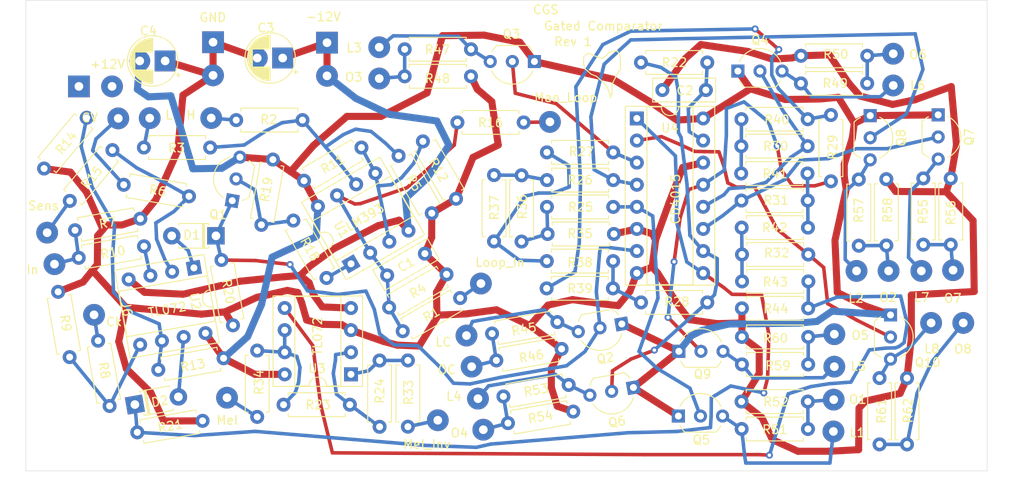
<source format=kicad_pcb>
(kicad_pcb (version 20171130) (host pcbnew "(5.1.2-1)-1")
  (layers (0 F.Cu signal) (31 B.Cu signal) (34 B.Paste user) (35 F.Paste user) (36 B.SilkS user) (37 F.SilkS user) (38 B.Mask user) (39 F.Mask user) (44 Edge.Cuts user))
  (net 0 "")
  (net 1 Earth)
  (net 2 "Net-(C1-Pad1)")
  (net 3 "Net-(C2-Pad1)")
  (net 4 +12V)
  (net 5 -12V)
  (net 6 "Net-(D1-Pad2)")
  (net 7 "Net-(D1-Pad1)")
  (net 8 "Net-(D2-Pad1)")
  (net 9 "Net-(D2-Pad2)")
  (net 10 "Net-(J1-Pad1)")
  (net 11 "Net-(J2-Pad1)")
  (net 12 "Net-(J3-Pad1)")
  (net 13 "Net-(J4-Pad1)")
  (net 14 "Net-(J5-Pad1)")
  (net 15 "Net-(J6-Pad1)")
  (net 16 "Net-(J7-Pad1)")
  (net 17 "Net-(J8-Pad1)")
  (net 18 "Net-(J9-Pad1)")
  (net 19 "Net-(J10-Pad1)")
  (net 20 "Net-(J11-Pad1)")
  (net 21 "Net-(J12-Pad1)")
  (net 22 "Net-(J13-Pad1)")
  (net 23 "Net-(J14-Pad1)")
  (net 24 "Net-(J15-Pad1)")
  (net 25 "Net-(J16-Pad1)")
  (net 26 "Net-(J17-Pad1)")
  (net 27 "Net-(J18-Pad1)")
  (net 28 "Net-(J19-Pad1)")
  (net 29 "Net-(J20-Pad1)")
  (net 30 "Net-(J21-Pad1)")
  (net 31 "Net-(J22-Pad1)")
  (net 32 "Net-(J23-Pad1)")
  (net 33 "Net-(J24-Pad1)")
  (net 34 "Net-(J25-Pad1)")
  (net 35 "Net-(J26-Pad1)")
  (net 36 "Net-(J30-Pad1)")
  (net 37 "Net-(Q1-Pad2)")
  (net 38 "Net-(Q3-Pad2)")
  (net 39 "Net-(Q4-Pad2)")
  (net 40 "Net-(Q5-Pad2)")
  (net 41 "Net-(Q6-Pad2)")
  (net 42 "Net-(Q7-Pad2)")
  (net 43 "Net-(Q8-Pad2)")
  (net 44 "Net-(Q9-Pad2)")
  (net 45 "Net-(Q10-Pad2)")
  (net 46 "Net-(R2-Pad1)")
  (net 47 "Net-(R15-Pad1)")
  (net 48 "Net-(R8-Pad2)")
  (net 49 "Net-(R10-Pad2)")
  (net 50 "Net-(R11-Pad1)")
  (net 51 "Net-(R13-Pad2)")
  (net 52 "Net-(R18-Pad2)")
  (net 53 "Net-(R23-Pad2)")
  (net 54 "Net-(R23-Pad1)")
  (net 55 "Net-(R24-Pad2)")
  (net 56 "Net-(R25-Pad1)")
  (net 57 "Net-(R26-Pad1)")
  (net 58 "Net-(R27-Pad1)")
  (net 59 "Net-(R28-Pad1)")
  (net 60 "Net-(R29-Pad1)")
  (net 61 "Net-(R30-Pad1)")
  (net 62 "Net-(R31-Pad1)")
  (net 63 "Net-(R32-Pad1)")
  (net 64 "Net-(R43-Pad1)")
  (net 65 "Net-(J31-Pad1)")
  (module Resistor_THT:R_Axial_DIN0207_L6.3mm_D2.5mm_P7.62mm_Horizontal (layer F.Cu) (at 64.58712 26.23566)
    (fp_text reference R16 (at 3.81762 0.02794) (layer F.SilkS))
    (fp_text value 15k)
    (pad 2 thru_hole oval (at 7.62 0) (size 1.6 1.6) (drill 0.8) (layers *.Cu *.Mask) (net 65 "Net-(J31-Pad1)"))
    (pad 1 thru_hole circle (at 0 0) (size 1.6 1.6) (drill 0.8) (layers *.Cu *.Mask) (net 2 "Net-(C1-Pad1)"))
  )
  (module Connector_Wire:SolderWirePad_1x01_Drill1mm (layer F.Cu) (at 75.2221 26.17978)
    (fp_text reference J31 hide)
    (fp_text value Man_Loop)
    (pad 1 thru_hole circle (at 0 0) (size 2.49936 2.49936) (drill 1.00076) (layers *.Cu *.Mask) (net 65 "Net-(J31-Pad1)"))
  )
  (module MountingHole:MountingHole_3.5mm (layer F.Cu) (at 121.666 62.484)
    (fp_text reference REF** hide)
    (fp_text value MountingHole_3.5mm)
    (pad 1 np_thru_hole circle (at 0 0) (size 3.5 3.5) (drill 3.5) (layers *.Cu *.Mask))
  )
  (module MountingHole:MountingHole_3.5mm (layer F.Cu) (at 121.666 16.002)
    (fp_text reference REF** hide)
    (fp_text value MountingHole_3.5mm)
    (pad 1 np_thru_hole circle (at 0 0) (size 3.5 3.5) (drill 3.5) (layers *.Cu *.Mask))
  )
  (module Connector_Wire:SolderWirePad_1x02_P3.81mm_Drill1mm (layer F.Cu) (at 21.082 22.098)
    (fp_text reference J28 hide)
    (fp_text value +12v_Conn)
    (pad 2 thru_hole circle (at 3.81 0) (size 2.49936 2.49936) (drill 1.00076) (layers *.Cu *.Mask) (net 4 +12V))
    (pad 1 thru_hole rect (at 0 0) (size 2.49936 2.49936) (drill 1.00076) (layers *.Cu *.Mask) (net 4 +12V))
  )
  (module MountingHole:MountingHole_3.5mm (layer F.Cu) (at 20.066 62.484)
    (fp_text reference REF** hide)
    (fp_text value MountingHole_3.5mm)
    (pad 1 np_thru_hole circle (at 0 0) (size 3.5 3.5) (drill 3.5) (layers *.Cu *.Mask))
  )
  (module MountingHole:MountingHole_3.5mm (layer F.Cu) (at 20.066 16.002)
    (fp_text reference REF** hide)
    (fp_text value MountingHole_3.5mm)
    (pad 1 np_thru_hole circle (at 0 0) (size 3.5 3.5) (drill 3.5) (layers *.Cu *.Mask))
  )
  (module Package_TO_SOT_THT:TO-92_Inline_Wide (layer F.Cu) (at 38.708129 35.233421 80)
    (fp_text reference Q1 (at -1.860235 -1.326332) (layer F.SilkS))
    (fp_text value BC557)
    (pad 1 thru_hole rect (at 0 0 170) (size 1.5 1.5) (drill 0.8) (layers *.Cu *.Mask) (net 7 "Net-(D1-Pad1)"))
    (pad 3 thru_hole circle (at 5.08 0 170) (size 1.5 1.5) (drill 0.8) (layers *.Cu *.Mask) (net 4 +12V))
    (pad 2 thru_hole circle (at 2.54 0 170) (size 1.5 1.5) (drill 0.8) (layers *.Cu *.Mask) (net 37 "Net-(Q1-Pad2)"))
  )
  (module Resistor_THT:R_Axial_DIN0207_L6.3mm_D2.5mm_P7.62mm_Horizontal (layer F.Cu) (at 37.46754 42.05478 280)
    (fp_text reference R20 (at 3.701097 -0.131469 100) (layer F.SilkS))
    (fp_text value 100k)
    (pad 1 thru_hole circle (at 0 0 280) (size 1.6 1.6) (drill 0.8) (layers *.Cu *.Mask) (net 7 "Net-(D1-Pad1)"))
    (pad 2 thru_hole oval (at 7.62 0 280) (size 1.6 1.6) (drill 0.8) (layers *.Cu *.Mask) (net 1 Earth))
  )
  (module Resistor_THT:R_Axial_DIN0207_L6.3mm_D2.5mm_P7.62mm_Horizontal (layer F.Cu) (at 85.68944 19.34718)
    (fp_text reference R22 (at 3.84556 0.00762) (layer F.SilkS))
    (fp_text value 10k)
    (pad 2 thru_hole oval (at 7.62 0) (size 1.6 1.6) (drill 0.8) (layers *.Cu *.Mask) (net 3 "Net-(C2-Pad1)"))
    (pad 1 thru_hole circle (at 0 0) (size 1.6 1.6) (drill 0.8) (layers *.Cu *.Mask) (net 41 "Net-(Q6-Pad2)"))
  )
  (module Resistor_THT:R_Axial_DIN0207_L6.3mm_D2.5mm_P7.62mm_Horizontal (layer F.Cu) (at 27.79268 61.8617 10)
    (fp_text reference R21 (at 3.86149 -0.046445 10) (layer F.SilkS))
    (fp_text value 100k)
    (pad 2 thru_hole oval (at 7.62 0 10) (size 1.6 1.6) (drill 0.8) (layers *.Cu *.Mask) (net 1 Earth))
    (pad 1 thru_hole circle (at 0 0 10) (size 1.6 1.6) (drill 0.8) (layers *.Cu *.Mask) (net 8 "Net-(D2-Pad1)"))
  )
  (module Resistor_THT:R_Axial_DIN0207_L6.3mm_D2.5mm_P7.62mm_Horizontal (layer F.Cu) (at 21.97862 25.70226 230)
    (fp_text reference R14 (at 3.720696 -0.067702 50) (layer F.SilkS))
    (fp_text value 15k)
    (pad 2 thru_hole oval (at 7.62 0 230) (size 1.6 1.6) (drill 0.8) (layers *.Cu *.Mask) (net 1 Earth))
    (pad 1 thru_hole circle (at 0 0 230) (size 1.6 1.6) (drill 0.8) (layers *.Cu *.Mask) (net 51 "Net-(R13-Pad2)"))
  )
  (module Connector_Wire:SolderWirePad_1x01_Drill1mm (layer F.Cu) (at 17.432018 38.9128 280)
    (fp_text reference J30 hide)
    (fp_text value Sens_Pot)
    (pad 1 thru_hole circle (at 0 0 280) (size 2.49936 2.49936) (drill 1.00076) (layers *.Cu *.Mask) (net 36 "Net-(J30-Pad1)"))
  )
  (module Connector_Wire:SolderWirePad_1x02_P3.81mm_Drill1mm (layer F.Cu) (at 36.50234 17.02054 270)
    (fp_text reference J29 hide)
    (fp_text value GND_Conn)
    (pad 2 thru_hole circle (at 3.81 0 270) (size 2.49936 2.49936) (drill 1.00076) (layers *.Cu *.Mask) (net 1 Earth))
    (pad 1 thru_hole rect (at 0 0 270) (size 2.49936 2.49936) (drill 1.00076) (layers *.Cu *.Mask) (net 1 Earth))
  )
  (module Connector_Wire:SolderWirePad_1x02_P3.81mm_Drill1mm (layer F.Cu) (at 49.60112 17.07388 270)
    (fp_text reference J27 hide)
    (fp_text value -12v_Conn)
    (pad 2 thru_hole circle (at 3.81 0 270) (size 2.49936 2.49936) (drill 1.00076) (layers *.Cu *.Mask) (net 5 -12V))
    (pad 1 thru_hole rect (at 0 0 270) (size 2.49936 2.49936) (drill 1.00076) (layers *.Cu *.Mask) (net 5 -12V))
  )
  (module Diode_THT:D_T-1_P5.08mm_Horizontal (layer F.Cu) (at 27.51582 58.66892 10)
    (fp_text reference D2 (at 2.882605 0.136879 10) (layer F.SilkS))
    (fp_text value D)
    (pad 2 thru_hole oval (at 5.08 0 10) (size 2 2) (drill 1) (layers *.Cu *.Mask) (net 9 "Net-(D2-Pad2)"))
    (pad 1 thru_hole rect (at 0 0 10) (size 2 2) (drill 1) (layers *.Cu *.Mask) (net 8 "Net-(D2-Pad1)"))
  )
  (module Capacitor_THT:CP_Radial_D5.0mm_P2.0mm_Bigger_Holes (layer F.Cu) (at 29.21762 18.35658 180)
    (fp_text reference C4 (at 0.1524 2.6416) (layer F.SilkS))
    (fp_text value CP1)
    (pad 2 thru_hole circle (at 1.143 -0.8128 180) (size 2.4 2.4) (drill 1) (layers *.Cu *.Mask) (net 4 +12V))
    (pad 1 thru_hole rect (at -1.778 -0.8128 180) (size 2.4 2.4) (drill 1) (layers *.Cu *.Mask) (net 1 Earth))
  )
  (module Capacitor_THT:CP_Radial_D5.0mm_P2.0mm_Bigger_Holes (layer F.Cu) (at 42.72788 18.02384 180)
    (fp_text reference C3 (at 0.1524 2.6416) (layer F.SilkS))
    (fp_text value CP1)
    (pad 2 thru_hole circle (at 1.143 -0.8128 180) (size 2.4 2.4) (drill 1) (layers *.Cu *.Mask) (net 1 Earth))
    (pad 1 thru_hole rect (at -1.778 -0.8128 180) (size 2.4 2.4) (drill 1) (layers *.Cu *.Mask) (net 5 -12V))
  )
  (module Capacitor_THT:C_Rect_L7.0mm_W2.5mm_P5.00mm (layer F.Cu) (at 93.14942 22.5171 180)
    (fp_text reference C2 (at 2.39268 -0.06604) (layer F.SilkS))
    (fp_text value 1n)
    (pad 2 thru_hole circle (at 5 0 180) (size 1.6 1.6) (drill 0.8) (layers *.Cu *.Mask) (net 1 Earth))
    (pad 1 thru_hole circle (at 0 0 180) (size 1.6 1.6) (drill 0.8) (layers *.Cu *.Mask) (net 3 "Net-(C2-Pad1)"))
  )
  (module Package_TO_SOT_THT:TO-92_Inline_Wide (layer F.Cu) (at 114.37366 48.36922 270)
    (fp_text reference Q10 (at 5.46862 -4.26466 180) (layer F.SilkS))
    (fp_text value BC547)
    (pad 1 thru_hole rect (at 0 0) (size 1.5 1.5) (drill 0.8) (layers *.Cu *.Mask) (net 4 +12V))
    (pad 3 thru_hole circle (at 5.08 0) (size 1.5 1.5) (drill 0.8) (layers *.Cu *.Mask) (net 32 "Net-(J23-Pad1)"))
    (pad 2 thru_hole circle (at 2.54 0) (size 1.5 1.5) (drill 0.8) (layers *.Cu *.Mask) (net 45 "Net-(Q10-Pad2)"))
  )
  (module Package_TO_SOT_THT:TO-92_Inline_Wide (layer F.Cu) (at 90.043001 52.550059)
    (fp_text reference Q9 (at 2.720339 2.628901) (layer F.SilkS))
    (fp_text value BC547)
    (pad 1 thru_hole rect (at 0 0 90) (size 1.5 1.5) (drill 0.8) (layers *.Cu *.Mask) (net 4 +12V))
    (pad 3 thru_hole circle (at 5.08 0 90) (size 1.5 1.5) (drill 0.8) (layers *.Cu *.Mask) (net 31 "Net-(J22-Pad1)"))
    (pad 2 thru_hole circle (at 2.54 0 90) (size 1.5 1.5) (drill 0.8) (layers *.Cu *.Mask) (net 44 "Net-(Q9-Pad2)"))
  )
  (module Package_TO_SOT_THT:TO-92_Inline_Wide (layer F.Cu) (at 112.03686 25.458419 270)
    (fp_text reference Q8 (at 2.54 -3.56 90) (layer F.SilkS))
    (fp_text value BC547)
    (pad 1 thru_hole rect (at 0 0) (size 1.5 1.5) (drill 0.8) (layers *.Cu *.Mask) (net 4 +12V))
    (pad 3 thru_hole circle (at 5.08 0) (size 1.5 1.5) (drill 0.8) (layers *.Cu *.Mask) (net 30 "Net-(J21-Pad1)"))
    (pad 2 thru_hole circle (at 2.54 0) (size 1.5 1.5) (drill 0.8) (layers *.Cu *.Mask) (net 43 "Net-(Q8-Pad2)"))
  )
  (module Package_TO_SOT_THT:TO-92_Inline_Wide (layer F.Cu) (at 119.85244 25.36952 270)
    (fp_text reference Q7 (at 2.54 -3.56 90) (layer F.SilkS))
    (fp_text value BC547)
    (pad 1 thru_hole rect (at 0 0) (size 1.5 1.5) (drill 0.8) (layers *.Cu *.Mask) (net 4 +12V))
    (pad 3 thru_hole circle (at 5.08 0) (size 1.5 1.5) (drill 0.8) (layers *.Cu *.Mask) (net 26 "Net-(J17-Pad1)"))
    (pad 2 thru_hole circle (at 2.54 0) (size 1.5 1.5) (drill 0.8) (layers *.Cu *.Mask) (net 42 "Net-(Q7-Pad2)"))
  )
  (module Package_TO_SOT_THT:TO-92_Inline_Wide (layer F.Cu) (at 84.820171 56.709467 190)
    (fp_text reference Q6 (at 2.54 -3.56 10) (layer F.SilkS))
    (fp_text value BC547)
    (pad 1 thru_hole rect (at 0 0 280) (size 1.5 1.5) (drill 0.8) (layers *.Cu *.Mask) (net 4 +12V))
    (pad 3 thru_hole circle (at 5.08 0 280) (size 1.5 1.5) (drill 0.8) (layers *.Cu *.Mask) (net 25 "Net-(J16-Pad1)"))
    (pad 2 thru_hole circle (at 2.54 0 280) (size 1.5 1.5) (drill 0.8) (layers *.Cu *.Mask) (net 41 "Net-(Q6-Pad2)"))
  )
  (module Package_TO_SOT_THT:TO-92_Inline_Wide (layer F.Cu) (at 89.987119 59.98972)
    (fp_text reference Q5 (at 2.649221 2.7432) (layer F.SilkS))
    (fp_text value BC547)
    (pad 1 thru_hole rect (at 0 0 90) (size 1.5 1.5) (drill 0.8) (layers *.Cu *.Mask) (net 4 +12V))
    (pad 3 thru_hole circle (at 5.08 0 90) (size 1.5 1.5) (drill 0.8) (layers *.Cu *.Mask) (net 24 "Net-(J15-Pad1)"))
    (pad 2 thru_hole circle (at 2.54 0 90) (size 1.5 1.5) (drill 0.8) (layers *.Cu *.Mask) (net 40 "Net-(Q5-Pad2)"))
  )
  (module Package_TO_SOT_THT:TO-92_Inline_Wide (layer F.Cu) (at 96.82988 20.33778)
    (fp_text reference Q4 (at 2.54 -3.56) (layer F.SilkS))
    (fp_text value BC547)
    (pad 1 thru_hole rect (at 0 0 90) (size 1.5 1.5) (drill 0.8) (layers *.Cu *.Mask) (net 4 +12V))
    (pad 3 thru_hole circle (at 5.08 0 90) (size 1.5 1.5) (drill 0.8) (layers *.Cu *.Mask) (net 20 "Net-(J11-Pad1)"))
    (pad 2 thru_hole circle (at 2.54 0 90) (size 1.5 1.5) (drill 0.8) (layers *.Cu *.Mask) (net 39 "Net-(Q4-Pad2)"))
  )
  (module Package_TO_SOT_THT:TO-92_Inline_Wide (layer F.Cu) (at 73.44156 19.237961 180)
    (fp_text reference Q3 (at 2.64668 3.147061) (layer F.SilkS))
    (fp_text value BC547)
    (pad 1 thru_hole rect (at 0 0 270) (size 1.5 1.5) (drill 0.8) (layers *.Cu *.Mask) (net 4 +12V))
    (pad 3 thru_hole circle (at 5.08 0 270) (size 1.5 1.5) (drill 0.8) (layers *.Cu *.Mask) (net 19 "Net-(J10-Pad1)"))
    (pad 2 thru_hole circle (at 2.54 0 270) (size 1.5 1.5) (drill 0.8) (layers *.Cu *.Mask) (net 38 "Net-(Q3-Pad2)"))
  )
  (module Package_TO_SOT_THT:TO-92_Inline_Wide (layer F.Cu) (at 83.486483 49.406032 190)
    (fp_text reference Q2 (at 2.54 -3.56 10) (layer F.SilkS))
    (fp_text value BC547)
    (pad 1 thru_hole rect (at 0 0 280) (size 1.5 1.5) (drill 0.8) (layers *.Cu *.Mask) (net 4 +12V))
    (pad 3 thru_hole circle (at 5.08 0 280) (size 1.5 1.5) (drill 0.8) (layers *.Cu *.Mask) (net 18 "Net-(J9-Pad1)"))
    (pad 2 thru_hole circle (at 2.54 0 280) (size 1.5 1.5) (drill 0.8) (layers *.Cu *.Mask) (net 7 "Net-(D1-Pad1)"))
  )
  (module Capacitor_THT:C_Rect_L7.0mm_W2.5mm_P5.00mm (layer F.Cu) (at 56.516993 43.819276 30)
    (fp_text reference C1 (at 2.5 0.03 30) (layer F.SilkS))
    (fp_text value 1n)
    (pad 2 thru_hole circle (at 5 0 30) (size 1.6 1.6) (drill 0.8) (layers *.Cu *.Mask) (net 1 Earth))
    (pad 1 thru_hole circle (at 0 0 30) (size 1.6 1.6) (drill 0.8) (layers *.Cu *.Mask) (net 2 "Net-(C1-Pad1)"))
  )
  (module Diode_THT:D_T-1_P5.08mm_Horizontal (layer F.Cu) (at 36.833443 39.274024 180)
    (fp_text reference D1 (at 2.782203 0.089444) (layer F.SilkS))
    (fp_text value D)
    (pad 2 thru_hole oval (at 5.08 0 180) (size 2 2) (drill 1) (layers *.Cu *.Mask) (net 6 "Net-(D1-Pad2)"))
    (pad 1 thru_hole rect (at 0 0 180) (size 2 2) (drill 1) (layers *.Cu *.Mask) (net 7 "Net-(D1-Pad1)"))
  )
  (module Connector_Wire:SolderWirePad_1x01_Drill1mm (layer F.Cu) (at 67.289977 44.758637 120)
    (fp_text reference J1 hide)
    (fp_text value Loop_In)
    (pad 1 thru_hole circle (at 0 0 120) (size 2.49936 2.49936) (drill 1.00076) (layers *.Cu *.Mask) (net 10 "Net-(J1-Pad1)"))
  )
  (module Connector_Wire:SolderWirePad_1x01_Drill1mm (layer F.Cu) (at 36.291761 25.735279 270)
    (fp_text reference J2 hide)
    (fp_text value H)
    (pad 1 thru_hole circle (at 0 0 270) (size 2.49936 2.49936) (drill 1.00076) (layers *.Cu *.Mask) (net 11 "Net-(J2-Pad1)"))
  )
  (module Connector_Wire:SolderWirePad_1x01_Drill1mm (layer F.Cu) (at 29.221761 25.745281 270)
    (fp_text reference J3 hide)
    (fp_text value L)
    (pad 1 thru_hole circle (at 0 0 270) (size 2.49936 2.49936) (drill 1.00076) (layers *.Cu *.Mask) (net 12 "Net-(J3-Pad1)"))
  )
  (module Connector_Wire:SolderWirePad_1x01_Drill1mm (layer F.Cu) (at 18.272826 42.530119 280)
    (fp_text reference J4 hide)
    (fp_text value Input)
    (pad 1 thru_hole circle (at 0 0 280) (size 2.49936 2.49936) (drill 1.00076) (layers *.Cu *.Mask) (net 13 "Net-(J4-Pad1)"))
  )
  (module Connector_Wire:SolderWirePad_1x01_Drill1mm (layer F.Cu) (at 25.60828 25.775919 270)
    (fp_text reference J5 hide)
    (fp_text value CV)
    (pad 1 thru_hole circle (at 0 0 270) (size 2.49936 2.49936) (drill 1.00076) (layers *.Cu *.Mask) (net 14 "Net-(J5-Pad1)"))
  )
  (module Connector_Wire:SolderWirePad_1x01_Drill1mm (layer F.Cu) (at 22.82176 48.355279 280)
    (fp_text reference J6 (at 0 -3.81 100) (layer F.SilkS))
    (fp_text value CK_In)
    (pad 1 thru_hole circle (at 0 0 280) (size 2.49936 2.49936) (drill 1.00076) (layers *.Cu *.Mask) (net 15 "Net-(J6-Pad1)"))
  )
  (module Connector_Wire:SolderWirePad_1x01_Drill1mm (layer F.Cu) (at 62.33668 60.47232 270)
    (fp_text reference J7 hide)
    (fp_text value Mel_Out_Inv)
    (pad 1 thru_hole circle (at 0 0 270) (size 2.49936 2.49936) (drill 1.00076) (layers *.Cu *.Mask) (net 16 "Net-(J7-Pad1)"))
  )
  (module Connector_Wire:SolderWirePad_1x01_Drill1mm (layer F.Cu) (at 38.10762 57.88152 270)
    (fp_text reference J8 hide)
    (fp_text value Mel_Out)
    (pad 1 thru_hole circle (at 0 0 270) (size 2.49936 2.49936) (drill 1.00076) (layers *.Cu *.Mask) (net 17 "Net-(J8-Pad1)"))
  )
  (module Connector_Wire:SolderWirePad_1x01_Drill1mm (layer F.Cu) (at 65.631069 50.738679 280)
    (fp_text reference J9 hide)
    (fp_text value LC)
    (pad 1 thru_hole circle (at 0 0 280) (size 2.49936 2.49936) (drill 1.00076) (layers *.Cu *.Mask) (net 18 "Net-(J9-Pad1)"))
  )
  (module Connector_Wire:SolderWirePad_1x01_Drill1mm (layer F.Cu) (at 55.60314 17.59712 270)
    (fp_text reference J10 hide)
    (fp_text value L3)
    (pad 1 thru_hole circle (at 0 0 270) (size 2.49936 2.49936) (drill 1.00076) (layers *.Cu *.Mask) (net 19 "Net-(J10-Pad1)"))
  )
  (module Connector_Wire:SolderWirePad_1x01_Drill1mm (layer F.Cu) (at 114.686081 21.99132 90)
    (fp_text reference J11 hide)
    (fp_text value L6)
    (pad 1 thru_hole circle (at 0 0 90) (size 2.49936 2.49936) (drill 1.00076) (layers *.Cu *.Mask) (net 20 "Net-(J11-Pad1)"))
  )
  (module Connector_Wire:SolderWirePad_1x01_Drill1mm (layer F.Cu) (at 66.227511 54.311426 280)
    (fp_text reference J12 hide)
    (fp_text value OC)
    (pad 1 thru_hole circle (at 0 0 280) (size 2.49936 2.49936) (drill 1.00076) (layers *.Cu *.Mask) (net 21 "Net-(J12-Pad1)"))
  )
  (module Connector_Wire:SolderWirePad_1x01_Drill1mm (layer F.Cu) (at 55.60314 21.193761 270)
    (fp_text reference J13 hide)
    (fp_text value O3)
    (pad 1 thru_hole circle (at 0 0 270) (size 2.49936 2.49936) (drill 1.00076) (layers *.Cu *.Mask) (net 22 "Net-(J13-Pad1)"))
  )
  (module Connector_Wire:SolderWirePad_1x01_Drill1mm (layer F.Cu) (at 114.686081 18.343882 90)
    (fp_text reference J14 hide)
    (fp_text value O6)
    (pad 1 thru_hole circle (at 0 0 90) (size 2.49936 2.49936) (drill 1.00076) (layers *.Cu *.Mask) (net 23 "Net-(J14-Pad1)"))
  )
  (module Connector_Wire:SolderWirePad_1x01_Drill1mm (layer F.Cu) (at 107.810301 61.762641 90)
    (fp_text reference J15 hide)
    (fp_text value L1)
    (pad 1 thru_hole circle (at 0 0 90) (size 2.49936 2.49936) (drill 1.00076) (layers *.Cu *.Mask) (net 24 "Net-(J15-Pad1)"))
  )
  (module Connector_Wire:SolderWirePad_1x01_Drill1mm (layer F.Cu) (at 66.952994 57.990026 280)
    (fp_text reference J16 hide)
    (fp_text value L4)
    (pad 1 thru_hole circle (at 0 0 280) (size 2.49936 2.49936) (drill 1.00076) (layers *.Cu *.Mask) (net 25 "Net-(J16-Pad1)"))
  )
  (module Connector_Wire:SolderWirePad_1x01_Drill1mm (layer F.Cu) (at 117.91442 43.30954)
    (fp_text reference J17 hide)
    (fp_text value L7)
    (pad 1 thru_hole circle (at 0 0) (size 2.49936 2.49936) (drill 1.00076) (layers *.Cu *.Mask) (net 26 "Net-(J17-Pad1)"))
  )
  (module Connector_Wire:SolderWirePad_1x01_Drill1mm (layer F.Cu) (at 107.84332 58.105041 90)
    (fp_text reference J18 hide)
    (fp_text value O1)
    (pad 1 thru_hole circle (at 0 0 90) (size 2.49936 2.49936) (drill 1.00076) (layers *.Cu *.Mask) (net 27 "Net-(J18-Pad1)"))
  )
  (module Connector_Wire:SolderWirePad_1x01_Drill1mm (layer F.Cu) (at 67.566945 61.559685 280)
    (fp_text reference J19 hide)
    (fp_text value O4)
    (pad 1 thru_hole circle (at 0 0 280) (size 2.49936 2.49936) (drill 1.00076) (layers *.Cu *.Mask) (net 28 "Net-(J19-Pad1)"))
  )
  (module Connector_Wire:SolderWirePad_1x01_Drill1mm (layer F.Cu) (at 121.5644 43.22064)
    (fp_text reference J20 hide)
    (fp_text value O7)
    (pad 1 thru_hole circle (at 0 0) (size 2.49936 2.49936) (drill 1.00076) (layers *.Cu *.Mask) (net 29 "Net-(J20-Pad1)"))
  )
  (module Connector_Wire:SolderWirePad_1x01_Drill1mm (layer F.Cu) (at 110.46714 43.307)
    (fp_text reference J21 hide)
    (fp_text value L2)
    (pad 1 thru_hole circle (at 0 0) (size 2.49936 2.49936) (drill 1.00076) (layers *.Cu *.Mask) (net 30 "Net-(J21-Pad1)"))
  )
  (module Connector_Wire:SolderWirePad_1x01_Drill1mm (layer F.Cu) (at 107.911899 54.312821 90)
    (fp_text reference J22 hide)
    (fp_text value L5)
    (pad 1 thru_hole circle (at 0 0 90) (size 2.49936 2.49936) (drill 1.00076) (layers *.Cu *.Mask) (net 31 "Net-(J22-Pad1)"))
  )
  (module Connector_Wire:SolderWirePad_1x01_Drill1mm (layer F.Cu) (at 119.03964 49.28616)
    (fp_text reference J23 hide)
    (fp_text value L8)
    (pad 1 thru_hole circle (at 0 0) (size 2.49936 2.49936) (drill 1.00076) (layers *.Cu *.Mask) (net 32 "Net-(J23-Pad1)"))
  )
  (module Connector_Wire:SolderWirePad_1x01_Drill1mm (layer F.Cu) (at 114.15268 43.307)
    (fp_text reference J24 hide)
    (fp_text value O2)
    (pad 1 thru_hole circle (at 0 0) (size 2.49936 2.49936) (drill 1.00076) (layers *.Cu *.Mask) (net 33 "Net-(J24-Pad1)"))
  )
  (module Connector_Wire:SolderWirePad_1x01_Drill1mm (layer F.Cu) (at 107.911899 50.581558 90)
    (fp_text reference J25 hide)
    (fp_text value O5)
    (pad 1 thru_hole circle (at 0 0 90) (size 2.49936 2.49936) (drill 1.00076) (layers *.Cu *.Mask) (net 34 "Net-(J25-Pad1)"))
  )
  (module Connector_Wire:SolderWirePad_1x01_Drill1mm (layer F.Cu) (at 122.73534 49.28616)
    (fp_text reference J26 hide)
    (fp_text value O8)
    (pad 1 thru_hole circle (at 0 0) (size 2.49936 2.49936) (drill 1.00076) (layers *.Cu *.Mask) (net 35 "Net-(J26-Pad1)"))
  )
  (module Resistor_THT:R_Axial_DIN0207_L6.3mm_D2.5mm_P7.62mm_Horizontal (layer F.Cu) (at 58.304391 50.235142 30)
    (fp_text reference R1 (at 3.81 -0.01 30) (layer F.SilkS))
    (fp_text value 15k)
    (pad 1 thru_hole circle (at 0 0 30) (size 1.6 1.6) (drill 0.8) (layers *.Cu *.Mask) (net 2 "Net-(C1-Pad1)"))
    (pad 2 thru_hole oval (at 7.62 0 30) (size 1.6 1.6) (drill 0.8) (layers *.Cu *.Mask) (net 10 "Net-(J1-Pad1)"))
  )
  (module Resistor_THT:R_Axial_DIN0207_L6.3mm_D2.5mm_P7.62mm_Horizontal (layer F.Cu) (at 46.78176 25.975281 180)
    (fp_text reference R2 (at 3.87354 0.062201) (layer F.SilkS))
    (fp_text value 47k)
    (pad 2 thru_hole oval (at 7.62 0 180) (size 1.6 1.6) (drill 0.8) (layers *.Cu *.Mask) (net 11 "Net-(J2-Pad1)"))
    (pad 1 thru_hole circle (at 0 0 180) (size 1.6 1.6) (drill 0.8) (layers *.Cu *.Mask) (net 46 "Net-(R2-Pad1)"))
  )
  (module Resistor_THT:R_Axial_DIN0207_L6.3mm_D2.5mm_P7.62mm_Horizontal (layer F.Cu) (at 36.17176 29.125281 180)
    (fp_text reference R3 (at 3.86042 -0.054239) (layer F.SilkS))
    (fp_text value 1k)
    (pad 1 thru_hole circle (at 0 0 180) (size 1.6 1.6) (drill 0.8) (layers *.Cu *.Mask) (net 46 "Net-(R2-Pad1)"))
    (pad 2 thru_hole oval (at 7.62 0 180) (size 1.6 1.6) (drill 0.8) (layers *.Cu *.Mask) (net 12 "Net-(J3-Pad1)"))
  )
  (module Resistor_THT:R_Axial_DIN0207_L6.3mm_D2.5mm_P7.62mm_Horizontal (layer F.Cu) (at 63.342167 43.70082 210)
    (fp_text reference R4 (at 3.8 0 30) (layer F.SilkS))
    (fp_text value 100k)
    (pad 2 thru_hole oval (at 7.62 0 210) (size 1.6 1.6) (drill 0.8) (layers *.Cu *.Mask) (net 2 "Net-(C1-Pad1)"))
    (pad 1 thru_hole circle (at 0 0 210) (size 1.6 1.6) (drill 0.8) (layers *.Cu *.Mask) (net 1 Earth))
  )
  (module Resistor_THT:R_Axial_DIN0207_L6.3mm_D2.5mm_P7.62mm_Horizontal (layer F.Cu) (at 61.641759 36.675279 120)
    (fp_text reference R5 (at 4.041485 -0.05526 120) (layer F.SilkS))
    (fp_text value 100k)
    (pad 2 thru_hole oval (at 7.62 0 120) (size 1.6 1.6) (drill 0.8) (layers *.Cu *.Mask) (net 46 "Net-(R2-Pad1)"))
    (pad 1 thru_hole circle (at 0 0 120) (size 1.6 1.6) (drill 0.8) (layers *.Cu *.Mask) (net 1 Earth))
  )
  (module Resistor_THT:R_Axial_DIN0207_L6.3mm_D2.5mm_P7.62mm_Horizontal (layer F.Cu) (at 26.233122 33.40608 350)
    (fp_text reference R6 (at 3.960668 -0.020047 170) (layer F.SilkS))
    (fp_text value 10k)
    (pad 1 thru_hole circle (at 0 0 350) (size 1.6 1.6) (drill 0.8) (layers *.Cu *.Mask) (net 14 "Net-(J5-Pad1)"))
    (pad 2 thru_hole oval (at 7.62 0 350) (size 1.6 1.6) (drill 0.8) (layers *.Cu *.Mask) (net 47 "Net-(R15-Pad1)"))
  )
  (module Resistor_THT:R_Axial_DIN0207_L6.3mm_D2.5mm_P7.62mm_Horizontal (layer F.Cu) (at 20.637985 38.634094 10)
    (fp_text reference R7 (at 3.820065 -0.165359 10) (layer F.SilkS))
    (fp_text value 100k)
    (pad 2 thru_hole oval (at 7.62 0 10) (size 1.6 1.6) (drill 0.8) (layers *.Cu *.Mask) (net 1 Earth))
    (pad 1 thru_hole circle (at 0 0 10) (size 1.6 1.6) (drill 0.8) (layers *.Cu *.Mask) (net 13 "Net-(J4-Pad1)"))
  )
  (module Resistor_THT:R_Axial_DIN0207_L6.3mm_D2.5mm_P7.62mm_Horizontal (layer F.Cu) (at 23.290992 51.328783 280)
    (fp_text reference R8 (at 3.482579 -0.108919 100) (layer F.SilkS))
    (fp_text value 15k)
    (pad 1 thru_hole circle (at 0 0 280) (size 1.6 1.6) (drill 0.8) (layers *.Cu *.Mask) (net 15 "Net-(J6-Pad1)"))
    (pad 2 thru_hole oval (at 7.62 0 280) (size 1.6 1.6) (drill 0.8) (layers *.Cu *.Mask) (net 48 "Net-(R8-Pad2)"))
  )
  (module Resistor_THT:R_Axial_DIN0207_L6.3mm_D2.5mm_P7.62mm_Horizontal (layer F.Cu) (at 20.018925 53.215637 100)
    (fp_text reference R9 (at 3.931571 0.21489 100) (layer F.SilkS))
    (fp_text value 100k)
    (pad 2 thru_hole oval (at 7.62 0 100) (size 1.6 1.6) (drill 0.8) (layers *.Cu *.Mask) (net 1 Earth))
    (pad 1 thru_hole circle (at 0 0 100) (size 1.6 1.6) (drill 0.8) (layers *.Cu *.Mask) (net 48 "Net-(R8-Pad2)"))
  )
  (module Resistor_THT:R_Axial_DIN0207_L6.3mm_D2.5mm_P7.62mm_Horizontal (layer F.Cu) (at 21.060813 41.799612 10)
    (fp_text reference R10 (at 3.975895 0.070344 10) (layer F.SilkS))
    (fp_text value 10k)
    (pad 1 thru_hole circle (at 0 0 10) (size 1.6 1.6) (drill 0.8) (layers *.Cu *.Mask) (net 13 "Net-(J4-Pad1)"))
    (pad 2 thru_hole oval (at 7.62 0 10) (size 1.6 1.6) (drill 0.8) (layers *.Cu *.Mask) (net 49 "Net-(R10-Pad2)"))
  )
  (module Resistor_THT:R_Axial_DIN0207_L6.3mm_D2.5mm_P7.62mm_Horizontal (layer F.Cu) (at 53.556595 29.131716 210)
    (fp_text reference R11 (at 3.81 0 30) (layer F.SilkS))
    (fp_text value 100k)
    (pad 2 thru_hole oval (at 7.62 0 210) (size 1.6 1.6) (drill 0.8) (layers *.Cu *.Mask) (net 4 +12V))
    (pad 1 thru_hole circle (at 0 0 210) (size 1.6 1.6) (drill 0.8) (layers *.Cu *.Mask) (net 50 "Net-(R11-Pad1)"))
  )
  (module Resistor_THT:R_Axial_DIN0207_L6.3mm_D2.5mm_P7.62mm_Horizontal (layer F.Cu) (at 64.431758 35.01528 120)
    (fp_text reference R12 (at 3.883199 -0.103898 120) (layer F.SilkS))
    (fp_text value 15k)
    (pad 1 thru_hole circle (at 0 0 120) (size 1.6 1.6) (drill 0.8) (layers *.Cu *.Mask) (net 1 Earth))
    (pad 2 thru_hole oval (at 7.62 0 120) (size 1.6 1.6) (drill 0.8) (layers *.Cu *.Mask) (net 50 "Net-(R11-Pad1)"))
  )
  (module Resistor_THT:R_Axial_DIN0207_L6.3mm_D2.5mm_P7.62mm_Horizontal (layer F.Cu) (at 37.710256 53.345544 190)
    (fp_text reference R13 (at 3.616324 -0.213004 10) (layer F.SilkS))
    (fp_text value 100k)
    (pad 1 thru_hole circle (at 0 0 190) (size 1.6 1.6) (drill 0.8) (layers *.Cu *.Mask) (net 4 +12V))
    (pad 2 thru_hole oval (at 7.62 0 190) (size 1.6 1.6) (drill 0.8) (layers *.Cu *.Mask) (net 51 "Net-(R13-Pad2)"))
  )
  (module Resistor_THT:R_Axial_DIN0207_L6.3mm_D2.5mm_P7.62mm_Horizontal (layer F.Cu) (at 24.93518 29.42336 230)
    (fp_text reference R15 (at 3.949019 -0.213408 50) (layer F.SilkS))
    (fp_text value 100k)
    (pad 1 thru_hole circle (at 0 0 230) (size 1.6 1.6) (drill 0.8) (layers *.Cu *.Mask) (net 47 "Net-(R15-Pad1)"))
    (pad 2 thru_hole oval (at 7.62 0 230) (size 1.6 1.6) (drill 0.8) (layers *.Cu *.Mask) (net 36 "Net-(J30-Pad1)"))
  )
  (module Resistor_THT:R_Axial_DIN0207_L6.3mm_D2.5mm_P7.62mm_Horizontal (layer F.Cu) (at 45.731299 37.517902 300)
    (fp_text reference R18 (at 3.8 0 120) (layer F.SilkS))
    (fp_text value 10k)
    (pad 1 thru_hole circle (at 0 0 300) (size 1.6 1.6) (drill 0.8) (layers *.Cu *.Mask) (net 37 "Net-(Q1-Pad2)"))
    (pad 2 thru_hole oval (at 7.62 0 300) (size 1.6 1.6) (drill 0.8) (layers *.Cu *.Mask) (net 52 "Net-(R18-Pad2)"))
  )
  (module Resistor_THT:R_Axial_DIN0207_L6.3mm_D2.5mm_P7.62mm_Horizontal (layer F.Cu) (at 42.055828 38.011808 80)
    (fp_text reference R19 (at 4.087446 -0.138896 80) (layer F.SilkS))
    (fp_text value 10k)
    (pad 2 thru_hole oval (at 7.62 0 80) (size 1.6 1.6) (drill 0.8) (layers *.Cu *.Mask) (net 4 +12V))
    (pad 1 thru_hole circle (at 0 0 80) (size 1.6 1.6) (drill 0.8) (layers *.Cu *.Mask) (net 37 "Net-(Q1-Pad2)"))
  )
  (module Resistor_THT:R_Axial_DIN0207_L6.3mm_D2.5mm_P7.62mm_Horizontal (layer F.Cu) (at 44.605965 58.685049)
    (fp_text reference R23 (at 3.968995 0.024511) (layer F.SilkS))
    (fp_text value 47k)
    (pad 2 thru_hole oval (at 7.62 0) (size 1.6 1.6) (drill 0.8) (layers *.Cu *.Mask) (net 53 "Net-(R23-Pad2)"))
    (pad 1 thru_hole circle (at 0 0) (size 1.6 1.6) (drill 0.8) (layers *.Cu *.Mask) (net 54 "Net-(R23-Pad1)"))
  )
  (module Resistor_THT:R_Axial_DIN0207_L6.3mm_D2.5mm_P7.62mm_Horizontal (layer F.Cu) (at 55.645962 61.22505 90)
    (fp_text reference R24 (at 4.10553 0.018138 90) (layer F.SilkS))
    (fp_text value 47k)
    (pad 1 thru_hole circle (at 0 0 90) (size 1.6 1.6) (drill 0.8) (layers *.Cu *.Mask) (net 53 "Net-(R23-Pad2)"))
    (pad 2 thru_hole oval (at 7.62 0 90) (size 1.6 1.6) (drill 0.8) (layers *.Cu *.Mask) (net 55 "Net-(R24-Pad2)"))
  )
  (module Resistor_THT:R_Axial_DIN0207_L6.3mm_D2.5mm_P7.62mm_Horizontal (layer F.Cu) (at 74.8792 35.94862)
    (fp_text reference R25 (at 3.86842 0.02286) (layer F.SilkS))
    (fp_text value 200k)
    (pad 2 thru_hole oval (at 7.62 0) (size 1.6 1.6) (drill 0.8) (layers *.Cu *.Mask) (net 40 "Net-(Q5-Pad2)"))
    (pad 1 thru_hole circle (at 0 0) (size 1.6 1.6) (drill 0.8) (layers *.Cu *.Mask) (net 56 "Net-(R25-Pad1)"))
  )
  (module Resistor_THT:R_Axial_DIN0207_L6.3mm_D2.5mm_P7.62mm_Horizontal (layer F.Cu) (at 74.88428 32.87014)
    (fp_text reference R26 (at 3.81 -0.01524) (layer F.SilkS))
    (fp_text value 200k)
    (pad 1 thru_hole circle (at 0 0) (size 1.6 1.6) (drill 0.8) (layers *.Cu *.Mask) (net 57 "Net-(R26-Pad1)"))
    (pad 2 thru_hole oval (at 7.62 0) (size 1.6 1.6) (drill 0.8) (layers *.Cu *.Mask) (net 43 "Net-(Q8-Pad2)"))
  )
  (module Resistor_THT:R_Axial_DIN0207_L6.3mm_D2.5mm_P7.62mm_Horizontal (layer F.Cu) (at 74.87666 29.6799)
    (fp_text reference R27 (at 3.9624 -0.08382) (layer F.SilkS))
    (fp_text value 200k)
    (pad 2 thru_hole oval (at 7.62 0) (size 1.6 1.6) (drill 0.8) (layers *.Cu *.Mask) (net 38 "Net-(Q3-Pad2)"))
    (pad 1 thru_hole circle (at 0 0) (size 1.6 1.6) (drill 0.8) (layers *.Cu *.Mask) (net 58 "Net-(R27-Pad1)"))
  )
  (module Resistor_THT:R_Axial_DIN0207_L6.3mm_D2.5mm_P7.62mm_Horizontal (layer F.Cu) (at 85.69198 46.92904)
    (fp_text reference R28 (at 4.11988 -0.06858) (layer F.SilkS))
    (fp_text value 200k)
    (pad 1 thru_hole circle (at 0 0) (size 1.6 1.6) (drill 0.8) (layers *.Cu *.Mask) (net 59 "Net-(R28-Pad1)"))
    (pad 2 thru_hole oval (at 7.62 0) (size 1.6 1.6) (drill 0.8) (layers *.Cu *.Mask) (net 41 "Net-(Q6-Pad2)"))
  )
  (module Resistor_THT:R_Axial_DIN0207_L6.3mm_D2.5mm_P7.62mm_Horizontal (layer F.Cu) (at 107.52074 25.3873 270)
    (fp_text reference R29 (at 3.69824 -0.21336 90) (layer F.SilkS))
    (fp_text value 200k)
    (pad 2 thru_hole oval (at 7.62 0 270) (size 1.6 1.6) (drill 0.8) (layers *.Cu *.Mask) (net 44 "Net-(Q9-Pad2)"))
    (pad 1 thru_hole circle (at 0 0 270) (size 1.6 1.6) (drill 0.8) (layers *.Cu *.Mask) (net 60 "Net-(R29-Pad1)"))
  )
  (module Resistor_THT:R_Axial_DIN0207_L6.3mm_D2.5mm_P7.62mm_Horizontal (layer F.Cu) (at 97.22358 28.96616)
    (fp_text reference R30 (at 3.95224 0) (layer F.SilkS))
    (fp_text value 200k)
    (pad 1 thru_hole circle (at 0 0) (size 1.6 1.6) (drill 0.8) (layers *.Cu *.Mask) (net 61 "Net-(R30-Pad1)"))
    (pad 2 thru_hole oval (at 7.62 0) (size 1.6 1.6) (drill 0.8) (layers *.Cu *.Mask) (net 39 "Net-(Q4-Pad2)"))
  )
  (module Resistor_THT:R_Axial_DIN0207_L6.3mm_D2.5mm_P7.62mm_Horizontal (layer F.Cu) (at 104.85882 35.22218 180)
    (fp_text reference R31 (at 3.63982 0.03302) (layer F.SilkS))
    (fp_text value 200k)
    (pad 2 thru_hole oval (at 7.62 0 180) (size 1.6 1.6) (drill 0.8) (layers *.Cu *.Mask) (net 42 "Net-(Q7-Pad2)"))
    (pad 1 thru_hole circle (at 0 0 180) (size 1.6 1.6) (drill 0.8) (layers *.Cu *.Mask) (net 62 "Net-(R31-Pad1)"))
  )
  (module Resistor_THT:R_Axial_DIN0207_L6.3mm_D2.5mm_P7.62mm_Horizontal (layer F.Cu) (at 97.29978 41.41978)
    (fp_text reference R32 (at 3.98018 -0.1778) (layer F.SilkS))
    (fp_text value 200k)
    (pad 1 thru_hole circle (at 0 0) (size 1.6 1.6) (drill 0.8) (layers *.Cu *.Mask) (net 63 "Net-(R32-Pad1)"))
    (pad 2 thru_hole oval (at 7.62 0) (size 1.6 1.6) (drill 0.8) (layers *.Cu *.Mask) (net 45 "Net-(Q10-Pad2)"))
  )
  (module Resistor_THT:R_Axial_DIN0207_L6.3mm_D2.5mm_P7.62mm_Horizontal (layer F.Cu) (at 58.895962 53.595047 270)
    (fp_text reference R33 (at 3.679413 -0.077758 90) (layer F.SilkS))
    (fp_text value 1k)
    (pad 2 thru_hole oval (at 7.62 0 270) (size 1.6 1.6) (drill 0.8) (layers *.Cu *.Mask) (net 16 "Net-(J7-Pad1)"))
    (pad 1 thru_hole circle (at 0 0 270) (size 1.6 1.6) (drill 0.8) (layers *.Cu *.Mask) (net 55 "Net-(R24-Pad2)"))
  )
  (module Resistor_THT:R_Axial_DIN0207_L6.3mm_D2.5mm_P7.62mm_Horizontal (layer F.Cu) (at 41.575966 52.46505 270)
    (fp_text reference R34 (at 3.65371 -0.212114 90) (layer F.SilkS))
    (fp_text value 1k)
    (pad 1 thru_hole circle (at 0 0 270) (size 1.6 1.6) (drill 0.8) (layers *.Cu *.Mask) (net 54 "Net-(R23-Pad1)"))
    (pad 2 thru_hole oval (at 7.62 0 270) (size 1.6 1.6) (drill 0.8) (layers *.Cu *.Mask) (net 17 "Net-(J8-Pad1)"))
  )
  (module Resistor_THT:R_Axial_DIN0207_L6.3mm_D2.5mm_P7.62mm_Horizontal (layer F.Cu) (at 74.95794 39.06266)
    (fp_text reference R35 (at 3.72618 -0.03556) (layer F.SilkS))
    (fp_text value 200k)
    (pad 2 thru_hole oval (at 7.62 0) (size 1.6 1.6) (drill 0.8) (layers *.Cu *.Mask) (net 1 Earth))
    (pad 1 thru_hole circle (at 0 0) (size 1.6 1.6) (drill 0.8) (layers *.Cu *.Mask) (net 56 "Net-(R25-Pad1)"))
  )
  (module Resistor_THT:R_Axial_DIN0207_L6.3mm_D2.5mm_P7.62mm_Horizontal (layer F.Cu) (at 71.96328 32.31388 270)
    (fp_text reference R36 (at 3.62712 -0.09398 90) (layer F.SilkS))
    (fp_text value 200k)
    (pad 2 thru_hole oval (at 7.62 0 270) (size 1.6 1.6) (drill 0.8) (layers *.Cu *.Mask) (net 56 "Net-(R25-Pad1)"))
    (pad 1 thru_hole circle (at 0 0 270) (size 1.6 1.6) (drill 0.8) (layers *.Cu *.Mask) (net 57 "Net-(R26-Pad1)"))
  )
  (module Resistor_THT:R_Axial_DIN0207_L6.3mm_D2.5mm_P7.62mm_Horizontal (layer F.Cu) (at 68.79844 39.91102 90)
    (fp_text reference R37 (at 3.8735 0.04318 90) (layer F.SilkS))
    (fp_text value 200k)
    (pad 1 thru_hole circle (at 0 0 90) (size 1.6 1.6) (drill 0.8) (layers *.Cu *.Mask) (net 58 "Net-(R27-Pad1)"))
    (pad 2 thru_hole oval (at 7.62 0 90) (size 1.6 1.6) (drill 0.8) (layers *.Cu *.Mask) (net 57 "Net-(R26-Pad1)"))
  )
  (module Resistor_THT:R_Axial_DIN0207_L6.3mm_D2.5mm_P7.62mm_Horizontal (layer F.Cu) (at 82.485872 42.180977 180)
    (fp_text reference R38 (at 3.801752 -0.160823) (layer F.SilkS))
    (fp_text value 200k)
    (pad 2 thru_hole oval (at 7.62 0 180) (size 1.6 1.6) (drill 0.8) (layers *.Cu *.Mask) (net 58 "Net-(R27-Pad1)"))
    (pad 1 thru_hole circle (at 0 0 180) (size 1.6 1.6) (drill 0.8) (layers *.Cu *.Mask) (net 59 "Net-(R28-Pad1)"))
  )
  (module Resistor_THT:R_Axial_DIN0207_L6.3mm_D2.5mm_P7.62mm_Horizontal (layer F.Cu) (at 74.846904 45.312574)
    (fp_text reference R39 (at 3.837216 0.018806) (layer F.SilkS))
    (fp_text value 200k)
    (pad 1 thru_hole circle (at 0 0) (size 1.6 1.6) (drill 0.8) (layers *.Cu *.Mask) (net 60 "Net-(R29-Pad1)"))
    (pad 2 thru_hole oval (at 7.62 0) (size 1.6 1.6) (drill 0.8) (layers *.Cu *.Mask) (net 59 "Net-(R28-Pad1)"))
  )
  (module Resistor_THT:R_Axial_DIN0207_L6.3mm_D2.5mm_P7.62mm_Horizontal (layer F.Cu) (at 97.23628 25.86736)
    (fp_text reference R40 (at 4.0767 0.06604) (layer F.SilkS))
    (fp_text value 200k)
    (pad 2 thru_hole oval (at 7.62 0) (size 1.6 1.6) (drill 0.8) (layers *.Cu *.Mask) (net 60 "Net-(R29-Pad1)"))
    (pad 1 thru_hole circle (at 0 0) (size 1.6 1.6) (drill 0.8) (layers *.Cu *.Mask) (net 61 "Net-(R30-Pad1)"))
  )
  (module Resistor_THT:R_Axial_DIN0207_L6.3mm_D2.5mm_P7.62mm_Horizontal (layer F.Cu) (at 104.8258 32.11068 180)
    (fp_text reference R41 (at 3.7211 -0.03302) (layer F.SilkS))
    (fp_text value 200k)
    (pad 1 thru_hole circle (at 0 0 180) (size 1.6 1.6) (drill 0.8) (layers *.Cu *.Mask) (net 62 "Net-(R31-Pad1)"))
    (pad 2 thru_hole oval (at 7.62 0 180) (size 1.6 1.6) (drill 0.8) (layers *.Cu *.Mask) (net 61 "Net-(R30-Pad1)"))
  )
  (module Resistor_THT:R_Axial_DIN0207_L6.3mm_D2.5mm_P7.62mm_Horizontal (layer F.Cu) (at 97.26422 38.33114)
    (fp_text reference R42 (at 3.79476 0.0127) (layer F.SilkS))
    (fp_text value 200k)
    (pad 2 thru_hole oval (at 7.62 0) (size 1.6 1.6) (drill 0.8) (layers *.Cu *.Mask) (net 62 "Net-(R31-Pad1)"))
    (pad 1 thru_hole circle (at 0 0) (size 1.6 1.6) (drill 0.8) (layers *.Cu *.Mask) (net 63 "Net-(R32-Pad1)"))
  )
  (module Resistor_THT:R_Axial_DIN0207_L6.3mm_D2.5mm_P7.62mm_Horizontal (layer F.Cu) (at 104.927401 44.510963 180)
    (fp_text reference R43 (at 3.787141 -0.078737) (layer F.SilkS))
    (fp_text value 200k)
    (pad 1 thru_hole circle (at 0 0 180) (size 1.6 1.6) (drill 0.8) (layers *.Cu *.Mask) (net 64 "Net-(R43-Pad1)"))
    (pad 2 thru_hole oval (at 7.62 0 180) (size 1.6 1.6) (drill 0.8) (layers *.Cu *.Mask) (net 63 "Net-(R32-Pad1)"))
  )
  (module Resistor_THT:R_Axial_DIN0207_L6.3mm_D2.5mm_P7.62mm_Horizontal (layer F.Cu) (at 104.91122 47.6064 180)
    (fp_text reference R44 (at 3.71254 -0.05162) (layer F.SilkS))
    (fp_text value 200k)
    (pad 1 thru_hole circle (at 0 0 180) (size 1.6 1.6) (drill 0.8) (layers *.Cu *.Mask) (net 64 "Net-(R43-Pad1)"))
    (pad 2 thru_hole oval (at 7.62 0 180) (size 1.6 1.6) (drill 0.8) (layers *.Cu *.Mask) (net 1 Earth))
  )
  (module Resistor_THT:R_Axial_DIN0207_L6.3mm_D2.5mm_P7.62mm_Horizontal (layer F.Cu) (at 68.572101 50.508965 10)
    (fp_text reference R45 (at 3.695564 0.150185 10) (layer F.SilkS))
    (fp_text value 1k5)
    (pad 1 thru_hole circle (at 0 0 10) (size 1.6 1.6) (drill 0.8) (layers *.Cu *.Mask) (net 21 "Net-(J12-Pad1)"))
    (pad 2 thru_hole oval (at 7.62 0 10) (size 1.6 1.6) (drill 0.8) (layers *.Cu *.Mask) (net 18 "Net-(J9-Pad1)"))
  )
  (module Resistor_THT:R_Axial_DIN0207_L6.3mm_D2.5mm_P7.62mm_Horizontal (layer F.Cu) (at 76.566319 52.271763 190)
    (fp_text reference R46 (at 3.567691 -0.249301 10) (layer F.SilkS))
    (fp_text value 1k)
    (pad 2 thru_hole oval (at 7.62 0 190) (size 1.6 1.6) (drill 0.8) (layers *.Cu *.Mask) (net 21 "Net-(J12-Pad1)"))
    (pad 1 thru_hole circle (at 0 0 190) (size 1.6 1.6) (drill 0.8) (layers *.Cu *.Mask) (net 1 Earth))
  )
  (module Resistor_THT:R_Axial_DIN0207_L6.3mm_D2.5mm_P7.62mm_Horizontal (layer F.Cu) (at 58.529221 17.830803)
    (fp_text reference R47 (at 3.769359 0.045717) (layer F.SilkS))
    (fp_text value 1k5)
    (pad 2 thru_hole oval (at 7.62 0) (size 1.6 1.6) (drill 0.8) (layers *.Cu *.Mask) (net 19 "Net-(J10-Pad1)"))
    (pad 1 thru_hole circle (at 0 0) (size 1.6 1.6) (drill 0.8) (layers *.Cu *.Mask) (net 22 "Net-(J13-Pad1)"))
  )
  (module Resistor_THT:R_Axial_DIN0207_L6.3mm_D2.5mm_P7.62mm_Horizontal (layer F.Cu) (at 66.146681 20.93722 180)
    (fp_text reference R48 (at 3.848101 -0.26416) (layer F.SilkS))
    (fp_text value 1k)
    (pad 2 thru_hole oval (at 7.62 0 180) (size 1.6 1.6) (drill 0.8) (layers *.Cu *.Mask) (net 22 "Net-(J13-Pad1)"))
    (pad 1 thru_hole circle (at 0 0 180) (size 1.6 1.6) (drill 0.8) (layers *.Cu *.Mask) (net 1 Earth))
  )
  (module Resistor_THT:R_Axial_DIN0207_L6.3mm_D2.5mm_P7.62mm_Horizontal (layer F.Cu) (at 111.691418 21.7551 180)
    (fp_text reference R49 (at 3.680458 -0.00254) (layer F.SilkS))
    (fp_text value 1k5)
    (pad 1 thru_hole circle (at 0 0 180) (size 1.6 1.6) (drill 0.8) (layers *.Cu *.Mask) (net 23 "Net-(J14-Pad1)"))
    (pad 2 thru_hole oval (at 7.62 0 180) (size 1.6 1.6) (drill 0.8) (layers *.Cu *.Mask) (net 20 "Net-(J11-Pad1)"))
  )
  (module Resistor_THT:R_Axial_DIN0207_L6.3mm_D2.5mm_P7.62mm_Horizontal (layer F.Cu) (at 104.081579 18.580099)
    (fp_text reference R50 (at 4.008121 -0.172719) (layer F.SilkS))
    (fp_text value 1k)
    (pad 2 thru_hole oval (at 7.62 0) (size 1.6 1.6) (drill 0.8) (layers *.Cu *.Mask) (net 23 "Net-(J14-Pad1)"))
    (pad 1 thru_hole circle (at 0 0) (size 1.6 1.6) (drill 0.8) (layers *.Cu *.Mask) (net 1 Earth))
  )
  (module Resistor_THT:R_Axial_DIN0207_L6.3mm_D2.5mm_P7.62mm_Horizontal (layer F.Cu) (at 104.884221 61.475622 180)
    (fp_text reference R51 (at 3.802381 -0.076198) (layer F.SilkS))
    (fp_text value 1k5)
    (pad 1 thru_hole circle (at 0 0 180) (size 1.6 1.6) (drill 0.8) (layers *.Cu *.Mask) (net 27 "Net-(J18-Pad1)"))
    (pad 2 thru_hole oval (at 7.62 0 180) (size 1.6 1.6) (drill 0.8) (layers *.Cu *.Mask) (net 24 "Net-(J15-Pad1)"))
  )
  (module Resistor_THT:R_Axial_DIN0207_L6.3mm_D2.5mm_P7.62mm_Horizontal (layer F.Cu) (at 97.24898 58.326021)
    (fp_text reference R52 (at 3.9497 0.038099) (layer F.SilkS))
    (fp_text value 1k)
    (pad 2 thru_hole oval (at 7.62 0) (size 1.6 1.6) (drill 0.8) (layers *.Cu *.Mask) (net 27 "Net-(J18-Pad1)"))
    (pad 1 thru_hole circle (at 0 0) (size 1.6 1.6) (drill 0.8) (layers *.Cu *.Mask) (net 1 Earth))
  )
  (module Resistor_THT:R_Axial_DIN0207_L6.3mm_D2.5mm_P7.62mm_Horizontal (layer F.Cu) (at 69.876225 57.7325 10)
    (fp_text reference R53 (at 3.833749 -0.054769 10) (layer F.SilkS))
    (fp_text value 1k5)
    (pad 1 thru_hole circle (at 0 0 10) (size 1.6 1.6) (drill 0.8) (layers *.Cu *.Mask) (net 28 "Net-(J19-Pad1)"))
    (pad 2 thru_hole oval (at 7.62 0 10) (size 1.6 1.6) (drill 0.8) (layers *.Cu *.Mask) (net 25 "Net-(J16-Pad1)"))
  )
  (module Resistor_THT:R_Axial_DIN0207_L6.3mm_D2.5mm_P7.62mm_Horizontal (layer F.Cu) (at 77.903697 59.479117 190)
    (fp_text reference R54 (at 3.807764 0.049764 10) (layer F.SilkS))
    (fp_text value 1k)
    (pad 2 thru_hole oval (at 7.62 0 190) (size 1.6 1.6) (drill 0.8) (layers *.Cu *.Mask) (net 28 "Net-(J19-Pad1)"))
    (pad 1 thru_hole circle (at 0 0 190) (size 1.6 1.6) (drill 0.8) (layers *.Cu *.Mask) (net 1 Earth))
  )
  (module Resistor_THT:R_Axial_DIN0207_L6.3mm_D2.5mm_P7.62mm_Horizontal (layer F.Cu) (at 118.14048 40.28948 90)
    (fp_text reference R55 (at 3.79984 -0.03048 90) (layer F.SilkS))
    (fp_text value 1k5)
    (pad 2 thru_hole oval (at 7.62 0 90) (size 1.6 1.6) (drill 0.8) (layers *.Cu *.Mask) (net 26 "Net-(J17-Pad1)"))
    (pad 1 thru_hole circle (at 0 0 90) (size 1.6 1.6) (drill 0.8) (layers *.Cu *.Mask) (net 29 "Net-(J20-Pad1)"))
  )
  (module Resistor_THT:R_Axial_DIN0207_L6.3mm_D2.5mm_P7.62mm_Horizontal (layer F.Cu) (at 121.29516 32.67202 270)
    (fp_text reference R56 (at 3.95986 -0.02286 90) (layer F.SilkS))
    (fp_text value 1k)
    (pad 1 thru_hole circle (at 0 0 270) (size 1.6 1.6) (drill 0.8) (layers *.Cu *.Mask) (net 1 Earth))
    (pad 2 thru_hole oval (at 7.62 0 270) (size 1.6 1.6) (drill 0.8) (layers *.Cu *.Mask) (net 29 "Net-(J20-Pad1)"))
  )
  (module Resistor_THT:R_Axial_DIN0207_L6.3mm_D2.5mm_P7.62mm_Horizontal (layer F.Cu) (at 110.72368 40.411399 90)
    (fp_text reference R57 (at 4.079239 0.00508 90) (layer F.SilkS))
    (fp_text value 1k5)
    (pad 2 thru_hole oval (at 7.62 0 90) (size 1.6 1.6) (drill 0.8) (layers *.Cu *.Mask) (net 30 "Net-(J21-Pad1)"))
    (pad 1 thru_hole circle (at 0 0 90) (size 1.6 1.6) (drill 0.8) (layers *.Cu *.Mask) (net 33 "Net-(J24-Pad1)"))
  )
  (module Resistor_THT:R_Axial_DIN0207_L6.3mm_D2.5mm_P7.62mm_Horizontal (layer F.Cu) (at 113.89106 32.76092 270)
    (fp_text reference R58 (at 3.55854 -0.1524 90) (layer F.SilkS))
    (fp_text value 1k)
    (pad 2 thru_hole oval (at 7.62 0 270) (size 1.6 1.6) (drill 0.8) (layers *.Cu *.Mask) (net 33 "Net-(J24-Pad1)"))
    (pad 1 thru_hole circle (at 0 0 270) (size 1.6 1.6) (drill 0.8) (layers *.Cu *.Mask) (net 1 Earth))
  )
  (module Resistor_THT:R_Axial_DIN0207_L6.3mm_D2.5mm_P7.62mm_Horizontal (layer F.Cu) (at 104.909619 54.053741 180)
    (fp_text reference R59 (at 3.474719 -0.152399) (layer F.SilkS))
    (fp_text value 1k5)
    (pad 1 thru_hole circle (at 0 0 180) (size 1.6 1.6) (drill 0.8) (layers *.Cu *.Mask) (net 34 "Net-(J25-Pad1)"))
    (pad 2 thru_hole oval (at 7.62 0 180) (size 1.6 1.6) (drill 0.8) (layers *.Cu *.Mask) (net 31 "Net-(J22-Pad1)"))
  )
  (module Resistor_THT:R_Axial_DIN0207_L6.3mm_D2.5mm_P7.62mm_Horizontal (layer F.Cu) (at 97.294699 50.893982)
    (fp_text reference R60 (at 3.845561 0.154938) (layer F.SilkS))
    (fp_text value 1k)
    (pad 2 thru_hole oval (at 7.62 0) (size 1.6 1.6) (drill 0.8) (layers *.Cu *.Mask) (net 34 "Net-(J25-Pad1)"))
    (pad 1 thru_hole circle (at 0 0) (size 1.6 1.6) (drill 0.8) (layers *.Cu *.Mask) (net 1 Earth))
  )
  (module Resistor_THT:R_Axial_DIN0207_L6.3mm_D2.5mm_P7.62mm_Horizontal (layer F.Cu) (at 113.11382 63.24346 90)
    (fp_text reference R61 (at 3.84556 0.2286 90) (layer F.SilkS))
    (fp_text value 1k5)
    (pad 1 thru_hole circle (at 0 0 90) (size 1.6 1.6) (drill 0.8) (layers *.Cu *.Mask) (net 35 "Net-(J26-Pad1)"))
    (pad 2 thru_hole oval (at 7.62 0 90) (size 1.6 1.6) (drill 0.8) (layers *.Cu *.Mask) (net 32 "Net-(J23-Pad1)"))
  )
  (module Resistor_THT:R_Axial_DIN0207_L6.3mm_D2.5mm_P7.62mm_Horizontal (layer F.Cu) (at 116.2685 55.626 270)
    (fp_text reference R62 (at 3.74142 -0.12192 90) (layer F.SilkS))
    (fp_text value 1k)
    (pad 1 thru_hole circle (at 0 0 270) (size 1.6 1.6) (drill 0.8) (layers *.Cu *.Mask) (net 1 Earth))
    (pad 2 thru_hole oval (at 7.62 0 270) (size 1.6 1.6) (drill 0.8) (layers *.Cu *.Mask) (net 35 "Net-(J26-Pad1)"))
  )
  (module Package_DIP:DIP-8_W7.62mm_Socket (layer F.Cu) (at 52.364538 42.487017 120)
    (fp_text reference U1 (at 3.97 1.01 120) (layer F.SilkS))
    (fp_text value LM393)
    (pad 1 thru_hole rect (at 0 0 120) (size 1.6 1.6) (drill 0.8) (layers *.Cu *.Mask) (net 52 "Net-(R18-Pad2)"))
    (pad 5 thru_hole oval (at 7.62 7.62 120) (size 1.6 1.6) (drill 0.8) (layers *.Cu *.Mask) (net 50 "Net-(R11-Pad1)"))
    (pad 2 thru_hole oval (at 0 2.54 120) (size 1.6 1.6) (drill 0.8) (layers *.Cu *.Mask) (net 2 "Net-(C1-Pad1)"))
    (pad 6 thru_hole oval (at 7.62 5.08 120) (size 1.6 1.6) (drill 0.8) (layers *.Cu *.Mask) (net 46 "Net-(R2-Pad1)"))
    (pad 3 thru_hole oval (at 0 5.08 120) (size 1.6 1.6) (drill 0.8) (layers *.Cu *.Mask) (net 50 "Net-(R11-Pad1)"))
    (pad 7 thru_hole oval (at 7.62 2.54 120) (size 1.6 1.6) (drill 0.8) (layers *.Cu *.Mask) (net 2 "Net-(C1-Pad1)"))
    (pad 4 thru_hole oval (at 0 7.62 120) (size 1.6 1.6) (drill 0.8) (layers *.Cu *.Mask) (net 5 -12V))
    (pad 8 thru_hole oval (at 7.62 0 120) (size 1.6 1.6) (drill 0.8) (layers *.Cu *.Mask) (net 4 +12V))
  )
  (module Package_DIP:DIP-8_W7.62mm_Socket (layer F.Cu) (at 34.304929 42.959076 280)
    (fp_text reference U2 (at 3.805951 0.5315 100) (layer F.SilkS))
    (fp_text value TL072)
    (pad 8 thru_hole oval (at 7.62 0 280) (size 1.6 1.6) (drill 0.8) (layers *.Cu *.Mask) (net 4 +12V))
    (pad 4 thru_hole oval (at 0 7.62 280) (size 1.6 1.6) (drill 0.8) (layers *.Cu *.Mask) (net 5 -12V))
    (pad 7 thru_hole oval (at 7.62 2.54 280) (size 1.6 1.6) (drill 0.8) (layers *.Cu *.Mask) (net 9 "Net-(D2-Pad2)"))
    (pad 3 thru_hole oval (at 0 5.08 280) (size 1.6 1.6) (drill 0.8) (layers *.Cu *.Mask) (net 49 "Net-(R10-Pad2)"))
    (pad 6 thru_hole oval (at 7.62 5.08 280) (size 1.6 1.6) (drill 0.8) (layers *.Cu *.Mask) (net 51 "Net-(R13-Pad2)"))
    (pad 2 thru_hole oval (at 0 2.54 280) (size 1.6 1.6) (drill 0.8) (layers *.Cu *.Mask) (net 47 "Net-(R15-Pad1)"))
    (pad 5 thru_hole oval (at 7.62 7.62 280) (size 1.6 1.6) (drill 0.8) (layers *.Cu *.Mask) (net 48 "Net-(R8-Pad2)"))
    (pad 1 thru_hole rect (at 0 0 280) (size 1.6 1.6) (drill 0.8) (layers *.Cu *.Mask) (net 6 "Net-(D1-Pad2)"))
  )
  (module Package_DIP:DIP-8_W7.62mm_Socket (layer F.Cu) (at 52.355965 55.195051 180)
    (fp_text reference U3 (at 3.905465 0.666331) (layer F.SilkS))
    (fp_text value TL072)
    (pad 1 thru_hole rect (at 0 0 180) (size 1.6 1.6) (drill 0.8) (layers *.Cu *.Mask) (net 55 "Net-(R24-Pad2)"))
    (pad 5 thru_hole oval (at 7.62 7.62 180) (size 1.6 1.6) (drill 0.8) (layers *.Cu *.Mask) (net 64 "Net-(R43-Pad1)"))
    (pad 2 thru_hole oval (at 0 2.54 180) (size 1.6 1.6) (drill 0.8) (layers *.Cu *.Mask) (net 53 "Net-(R23-Pad2)"))
    (pad 6 thru_hole oval (at 7.62 5.08 180) (size 1.6 1.6) (drill 0.8) (layers *.Cu *.Mask) (net 54 "Net-(R23-Pad1)"))
    (pad 3 thru_hole oval (at 0 5.08 180) (size 1.6 1.6) (drill 0.8) (layers *.Cu *.Mask) (net 1 Earth))
    (pad 7 thru_hole oval (at 7.62 2.54 180) (size 1.6 1.6) (drill 0.8) (layers *.Cu *.Mask) (net 54 "Net-(R23-Pad1)"))
    (pad 4 thru_hole oval (at 0 7.62 180) (size 1.6 1.6) (drill 0.8) (layers *.Cu *.Mask) (net 5 -12V))
    (pad 8 thru_hole oval (at 7.62 0 180) (size 1.6 1.6) (drill 0.8) (layers *.Cu *.Mask) (net 4 +12V))
  )
  (module Package_DIP:DIP-16_W7.62mm_Socket (layer F.Cu) (at 85.2152 25.78062)
    (fp_text reference U4 (at 3.80672 1.09766) (layer F.SilkS))
    (fp_text value 4015)
    (pad 1 thru_hole rect (at 0 0) (size 1.6 1.6) (drill 0.8) (layers *.Cu *.Mask) (net 8 "Net-(D2-Pad1)"))
    (pad 9 thru_hole oval (at 7.62 17.78) (size 1.6 1.6) (drill 0.8) (layers *.Cu *.Mask) (net 8 "Net-(D2-Pad1)"))
    (pad 2 thru_hole oval (at 0 2.54) (size 1.6 1.6) (drill 0.8) (layers *.Cu *.Mask) (net 45 "Net-(Q10-Pad2)"))
    (pad 10 thru_hole oval (at 7.62 15.24) (size 1.6 1.6) (drill 0.8) (layers *.Cu *.Mask) (net 41 "Net-(Q6-Pad2)"))
    (pad 3 thru_hole oval (at 0 5.08) (size 1.6 1.6) (drill 0.8) (layers *.Cu *.Mask) (net 38 "Net-(Q3-Pad2)"))
    (pad 11 thru_hole oval (at 7.62 12.7) (size 1.6 1.6) (drill 0.8) (layers *.Cu *.Mask) (net 42 "Net-(Q7-Pad2)"))
    (pad 4 thru_hole oval (at 0 7.62) (size 1.6 1.6) (drill 0.8) (layers *.Cu *.Mask) (net 43 "Net-(Q8-Pad2)"))
    (pad 12 thru_hole oval (at 7.62 10.16) (size 1.6 1.6) (drill 0.8) (layers *.Cu *.Mask) (net 39 "Net-(Q4-Pad2)"))
    (pad 5 thru_hole oval (at 0 10.16) (size 1.6 1.6) (drill 0.8) (layers *.Cu *.Mask) (net 40 "Net-(Q5-Pad2)"))
    (pad 13 thru_hole oval (at 7.62 7.62) (size 1.6 1.6) (drill 0.8) (layers *.Cu *.Mask) (net 44 "Net-(Q9-Pad2)"))
    (pad 6 thru_hole oval (at 0 12.7) (size 1.6 1.6) (drill 0.8) (layers *.Cu *.Mask) (net 1 Earth))
    (pad 14 thru_hole oval (at 7.62 5.08) (size 1.6 1.6) (drill 0.8) (layers *.Cu *.Mask) (net 1 Earth))
    (pad 7 thru_hole oval (at 0 15.24) (size 1.6 1.6) (drill 0.8) (layers *.Cu *.Mask) (net 7 "Net-(D1-Pad1)"))
    (pad 15 thru_hole oval (at 7.62 2.54) (size 1.6 1.6) (drill 0.8) (layers *.Cu *.Mask) (net 3 "Net-(C2-Pad1)"))
    (pad 8 thru_hole oval (at 0 17.78) (size 1.6 1.6) (drill 0.8) (layers *.Cu *.Mask) (net 1 Earth))
    (pad 16 thru_hole oval (at 7.62 0) (size 1.6 1.6) (drill 0.8) (layers *.Cu *.Mask) (net 4 +12V))
  )
  (gr_line (start 82.19694 23.40864) (end 82.32394 22.90064) (layer F.SilkS) (width 0.12))
  (gr_line (start 82.10296 23.02764) (end 82.19694 23.40864) (layer F.SilkS) (width 0.12))
  (gr_line (start 81.9277 22.5044) (end 82.10296 23.02764) (layer F.SilkS) (width 0.12))
  (gr_line (start 81.75244 22.09292) (end 81.9277 22.5044) (layer F.SilkS) (width 0.12))
  (gr_line (start 81.2927 21.58492) (end 81.75244 22.09292) (layer F.SilkS) (width 0.12))
  (gr_line (start 80.5942 20.94992) (end 81.2927 21.58492) (layer F.SilkS) (width 0.12))
  (gr_line (start 79.94396 20.68068) (end 80.5942 20.94992) (layer F.SilkS) (width 0.12))
  (gr_line (start 79.21498 20.04568) (end 79.94396 20.68068) (layer F.SilkS) (width 0.12))
  (gr_line (start 79.07274 19.42846) (end 79.21498 20.0152) (layer F.SilkS) (width 0.12))
  (gr_line (start 79.121 18.6817) (end 79.07274 19.42846) (layer F.SilkS) (width 0.12))
  (gr_line (start 79.629 18.27022) (end 79.121 18.6817) (layer F.SilkS) (width 0.12))
  (gr_line (start 80.23098 18.53946) (end 79.629 18.27022) (layer F.SilkS) (width 0.12))
  (gr_line (start 81.25968 18.8976) (end 80.22336 18.53946) (layer F.SilkS) (width 0.12))
  (gr_line (start 82.37474 21.8059) (end 82.3341 23.04288) (layer F.SilkS) (width 0.12))
  (gr_line (start 83.13166 20.37334) (end 82.37474 21.8059) (layer F.SilkS) (width 0.12))
  (gr_line (start 83.33232 20.17268) (end 83.13166 20.37334) (layer F.SilkS) (width 0.12))
  (gr_line (start 83.33232 18.73758) (end 83.33232 20.17268) (layer F.SilkS) (width 0.12))
  (gr_line (start 82.97164 18.0213) (end 83.33232 18.73758) (layer F.SilkS) (width 0.12))
  (gr_line (start 82.09534 18.14068) (end 82.97164 18.0213) (layer F.SilkS) (width 0.12))
  (gr_line (start 81.25968 18.93824) (end 82.09534 18.14068) (layer F.SilkS) (width 0.12))
  (gr_text CGS (at 74.7522 13.28674) (layer F.SilkS) (effects (font (size 1 1))))
  (gr_text "Rev 1" (at 77.87894 16.95196) (layer F.SilkS) (effects (font (size 1 1))))
  (gr_text "Gated Comparator\n" (at 81.3689 15.15618) (layer F.SilkS) (effects (font (size 1 1))))
  (gr_text Man_Loop (at 77.04582 23.37562) (layer F.SilkS) (effects (font (size 1 1))))
  (gr_text TL072 (at 31.242 47.752 10) (layer F.SilkS) (effects (font (size 1 1))))
  (gr_text "LM393\n\n" (at 54.356 37.846 30) (layer F.SilkS) (effects (font (size 1 1))))
  (gr_text TL072 (at 48.514 50.8 90) (layer F.SilkS) (effects (font (size 1 1))))
  (gr_text CD4015 (at 89.662 35.052 90) (layer F.SilkS) (effects (font (size 1 1))))
  (gr_line (start 14.986 12.192) (end 125.476 12.192) (layer Edge.Cuts) (width 0.05))
  (gr_line (start 14.986 66.294) (end 14.986 12.192) (layer Edge.Cuts) (width 0.05))
  (gr_line (start 125.476 66.294) (end 125.476 12.192) (layer Edge.Cuts) (width 0.05))
  (gr_line (start 14.986 66.294) (end 125.476 66.294) (layer Edge.Cuts) (width 0.05))
  (gr_text Loop_In (at 69.48678 42.3291) (layer F.SilkS) (effects (font (size 1 1))))
  (gr_text In (at 15.748 43.18) (layer F.SilkS) (effects (font (size 1 1))))
  (gr_text Sens (at 17.018 35.814) (layer F.SilkS) (effects (font (size 1 1))))
  (gr_text Ck (at 25.13076 49.16424) (layer F.SilkS) (effects (font (size 1 1))))
  (gr_text Mel (at 38.14826 60.46978) (layer F.SilkS) (effects (font (size 1 1))))
  (gr_text Mel_Inv (at 61.0743 63.24346) (layer F.SilkS) (effects (font (size 1 1))))
  (gr_text O4 (at 64.82588 61.93282) (layer F.SilkS) (effects (font (size 1 1))))
  (gr_text L4 (at 64.18326 57.7342) (layer F.SilkS) (effects (font (size 1 1))))
  (gr_text OC (at 63.37808 54.67858) (layer F.SilkS) (effects (font (size 1 1))))
  (gr_text LC (at 62.9666 51.48326) (layer F.SilkS) (effects (font (size 1 1))))
  (gr_text L1 (at 110.54842 61.8998) (layer F.SilkS) (effects (font (size 1 1))))
  (gr_text O1 (at 110.6043 58.0771) (layer F.SilkS) (effects (font (size 1 1))))
  (gr_text L5 (at 110.67796 54.26456) (layer F.SilkS) (effects (font (size 1 1))))
  (gr_text O5 (at 110.89132 50.7111) (layer F.SilkS) (effects (font (size 1 1))))
  (gr_text O8 (at 122.6947 52.29098) (layer F.SilkS) (effects (font (size 1 1))))
  (gr_text L8 (at 119.13108 52.2605) (layer F.SilkS) (effects (font (size 1 1))))
  (gr_text O7 (at 121.5263 46.45152) (layer F.SilkS) (effects (font (size 1 1))))
  (gr_text L7 (at 117.95252 46.3677) (layer F.SilkS) (effects (font (size 1 1))))
  (gr_text O2 (at 114.0968 46.3677) (layer F.SilkS) (effects (font (size 1 1))))
  (gr_text L2 (at 110.40872 46.45152) (layer F.SilkS) (effects (font (size 1 1))))
  (gr_text O6 (at 117.5258 18.4404) (layer F.SilkS) (effects (font (size 1 1))))
  (gr_text L6 (at 117.50294 21.98878) (layer F.SilkS) (effects (font (size 1 1))))
  (gr_text O3 (at 52.67452 21.03628) (layer F.SilkS) (effects (font (size 1 1))))
  (gr_text L3 (at 52.71262 17.6657) (layer F.SilkS) (effects (font (size 1 1))))
  (gr_text -12V (at 49.18456 14.09954) (layer F.SilkS) (effects (font (size 1 1))))
  (gr_text GND (at 36.4744 14.17574) (layer F.SilkS) (effects (font (size 1 1))))
  (gr_text +12V (at 24.384 19.558) (layer F.SilkS) (effects (font (size 1 1))))
  (gr_text H (at 33.96488 25.39746) (layer F.SilkS) (effects (font (size 1 1))))
  (gr_text L (at 31.4198 25.39746) (layer F.SilkS) (effects (font (size 1 1))))
  (gr_text CV (at 22.32406 25.70734) (layer F.SilkS) (effects (font (size 1 1))))
  (segment (start 60.847121 41.319278) (end 61.63176 39.465281) (width 0.8128) (layer F.Cu) (net 1))
  (segment (start 61.63176 39.465281) (end 61.641759 36.675279) (width 0.8128) (layer F.Cu) (net 1))
  (segment (start 61.641759 36.675279) (end 64.431758 35.01528) (width 0.8128) (layer F.Cu) (net 1))
  (segment (start 60.847121 41.319278) (end 63.342167 43.70082) (width 0.8128) (layer F.Cu) (net 1))
  (segment (start 18.695726 45.711403) (end 21.56176 44.585281) (width 0.8128) (layer F.Cu) (net 1))
  (segment (start 23.20176 42.555279) (end 23.231757 39.27528) (width 0.8128) (layer F.Cu) (net 1))
  (segment (start 24.271761 38.025283) (end 26.04176 38.02528) (width 0.8128) (layer F.Cu) (net 1))
  (segment (start 26.04176 38.02528) (end 28.142218 37.310894) (width 0.8128) (layer F.Cu) (net 1))
  (segment (start 30.99562 19.16938) (end 36.50234 20.83054) (width 0.8128) (layer F.Cu) (net 1))
  (segment (start 36.50234 20.83054) (end 36.50234 17.02054) (width 0.8128) (layer F.Cu) (net 1))
  (segment (start 36.50234 17.02054) (end 41.58488 18.83664) (width 0.8128) (layer F.Cu) (net 1))
  (segment (start 36.50234 20.83054) (end 33.04286 23.10638) (width 0.8128) (layer F.Cu) (net 1))
  (segment (start 33.04286 23.10638) (end 32.44596 29.48178) (width 0.8128) (layer F.Cu) (net 1))
  (segment (start 32.44596 29.48178) (end 29.9212 35.1282) (width 0.8128) (layer F.Cu) (net 1))
  (segment (start 29.9212 35.1282) (end 28.14222 37.310895) (width 0.8128) (layer F.Cu) (net 1))
  (segment (start 22.638208 43.252848) (end 26.46934 47.48022) (width 0.8128) (layer F.Cu) (net 1))
  (segment (start 21.56176 44.585281) (end 22.638208 43.252848) (width 0.8128) (layer F.Cu) (net 1))
  (segment (start 22.638208 43.252848) (end 23.20176 42.555279) (width 0.8128) (layer F.Cu) (net 1))
  (segment (start 26.46934 47.48022) (end 35.16884 48.27778) (width 0.8128) (layer F.Cu) (net 1))
  (segment (start 35.16884 48.27778) (end 37.89172 48.01108) (width 0.8128) (layer F.Cu) (net 1))
  (segment (start 37.89172 48.01108) (end 38.790739 49.559015) (width 0.8128) (layer F.Cu) (net 1))
  (segment (start 41.53916 46.34738) (end 45.03166 45.54728) (width 0.8128) (layer F.Cu) (net 1))
  (segment (start 37.89172 48.01108) (end 41.53916 46.34738) (width 0.8128) (layer F.Cu) (net 1))
  (segment (start 46.242689 45.786591) (end 46.69282 46.9773) (width 0.8128) (layer F.Cu) (net 1))
  (segment (start 45.03166 45.54728) (end 46.242689 45.786591) (width 0.8128) (layer F.Cu) (net 1))
  (segment (start 46.69282 46.9773) (end 47.25924 48.9585) (width 0.8128) (layer F.Cu) (net 1))
  (segment (start 47.25924 48.9585) (end 49.10582 49.44872) (width 0.8128) (layer F.Cu) (net 1))
  (segment (start 49.10582 49.44872) (end 51.320732 49.494472) (width 0.8128) (layer F.Cu) (net 1))
  (segment (start 51.320732 49.494472) (end 52.355965 50.115051) (width 0.8128) (layer F.Cu) (net 1))
  (segment (start 52.355965 50.115051) (end 56.10606 51.41722) (width 0.8128) (layer F.Cu) (net 1))
  (segment (start 56.10606 51.41722) (end 57.67832 51.83632) (width 0.8128) (layer F.Cu) (net 1))
  (segment (start 57.67832 51.83632) (end 60.19292 51.943) (width 0.8128) (layer F.Cu) (net 1))
  (segment (start 60.19292 51.943) (end 62.23762 48.641) (width 0.8128) (layer F.Cu) (net 1))
  (segment (start 62.18428 45.7581) (end 63.342167 43.70082) (width 0.8128) (layer F.Cu) (net 1))
  (segment (start 77.903697 59.479117) (end 76.07046 58.85942) (width 0.8128) (layer F.Cu) (net 1))
  (segment (start 76.07046 58.85942) (end 75.38974 56.71058) (width 0.8128) (layer F.Cu) (net 1))
  (segment (start 75.38974 56.71058) (end 75.38974 54.51094) (width 0.8128) (layer F.Cu) (net 1))
  (segment (start 75.38974 54.51094) (end 76.566319 52.271763) (width 0.8128) (layer F.Cu) (net 1))
  (segment (start 85.2152 43.56062) (end 86.97722 42.85742) (width 0.8128) (layer F.Cu) (net 1))
  (segment (start 86.97722 42.85742) (end 87.36838 39.7637) (width 0.8128) (layer F.Cu) (net 1))
  (segment (start 87.36838 39.7637) (end 87.01278 39.0525) (width 0.8128) (layer F.Cu) (net 1))
  (segment (start 87.01278 39.0525) (end 85.2152 38.48062) (width 0.8128) (layer F.Cu) (net 1))
  (segment (start 85.2152 38.48062) (end 82.57794 39.06266) (width 0.8128) (layer F.Cu) (net 1))
  (segment (start 92.8352 30.86062) (end 90.5002 31.40456) (width 0.8128) (layer F.Cu) (net 1))
  (segment (start 88.89746 35.52952) (end 87.36838 39.7637) (width 0.8128) (layer F.Cu) (net 1))
  (segment (start 97.293007 49.295473) (end 94.44736 49.36744) (width 0.8128) (layer F.Cu) (net 1))
  (segment (start 97.294699 50.893982) (end 97.293007 49.295473) (width 0.8128) (layer F.Cu) (net 1))
  (segment (start 97.293007 49.295473) (end 97.29122 47.6064) (width 0.8128) (layer F.Cu) (net 1))
  (segment (start 94.44736 49.36744) (end 91.24696 48.90516) (width 0.8128) (layer F.Cu) (net 1))
  (segment (start 91.24696 48.90516) (end 90.03538 47.34052) (width 0.8128) (layer F.Cu) (net 1))
  (segment (start 90.03538 47.34052) (end 87.6173 43.56862) (width 0.8128) (layer F.Cu) (net 1))
  (segment (start 87.6173 43.56862) (end 86.97722 42.85742) (width 0.8128) (layer F.Cu) (net 1))
  (segment (start 90.446894 31.541754) (end 88.89746 35.52952) (width 0.8128) (layer F.Cu) (net 1))
  (segment (start 90.5002 31.40456) (end 90.446894 31.541754) (width 0.8128) (layer F.Cu) (net 1))
  (segment (start 113.89106 32.76092) (end 114.9604 34.17316) (width 0.8128) (layer F.Cu) (net 1))
  (segment (start 114.9604 34.17316) (end 120.76938 34.2138) (width 0.8128) (layer F.Cu) (net 1))
  (segment (start 120.76938 34.2138) (end 121.29516 32.67202) (width 0.8128) (layer F.Cu) (net 1))
  (segment (start 116.2685 55.626) (end 115.47602 57.38622) (width 0.8128) (layer F.Cu) (net 1))
  (segment (start 115.47602 57.38622) (end 111.5314 58.25744) (width 0.8128) (layer F.Cu) (net 1))
  (segment (start 111.5314 58.25744) (end 110.75162 59.08294) (width 0.8128) (layer F.Cu) (net 1))
  (segment (start 110.75162 59.08294) (end 110.7059 63.8556) (width 0.8128) (layer F.Cu) (net 1))
  (segment (start 110.7059 63.8556) (end 107.30992 64.03848) (width 0.8128) (layer F.Cu) (net 1))
  (segment (start 107.30992 64.03848) (end 103.73106 64.03848) (width 0.8128) (layer F.Cu) (net 1))
  (segment (start 103.73106 64.03848) (end 100.79482 62.70752) (width 0.8128) (layer F.Cu) (net 1))
  (segment (start 100.79482 62.70752) (end 99.60102 60.18276) (width 0.8128) (layer F.Cu) (net 1))
  (segment (start 99.60102 60.18276) (end 97.24898 58.326021) (width 0.8128) (layer F.Cu) (net 1))
  (segment (start 97.24898 58.326021) (end 99.28098 55.09006) (width 0.8128) (layer F.Cu) (net 1))
  (segment (start 99.28098 55.09006) (end 99.28098 52.38496) (width 0.8128) (layer F.Cu) (net 1))
  (segment (start 99.28098 52.38496) (end 97.294699 50.893982) (width 0.8128) (layer F.Cu) (net 1))
  (segment (start 76.566319 52.271763) (end 72.91578 49.58842) (width 0.8128) (layer F.Cu) (net 1))
  (segment (start 72.91578 49.58842) (end 69.08038 47.7774) (width 0.8128) (layer F.Cu) (net 1))
  (segment (start 69.08038 47.7774) (end 65.50914 48.25746) (width 0.8128) (layer F.Cu) (net 1))
  (segment (start 65.50914 48.25746) (end 62.233006 48.391614) (width 0.8128) (layer F.Cu) (net 1))
  (segment (start 62.233006 48.391614) (end 62.18428 45.7581) (width 0.8128) (layer F.Cu) (net 1))
  (segment (start 62.23762 48.641) (end 62.233006 48.391614) (width 0.8128) (layer F.Cu) (net 1))
  (segment (start 72.91578 49.58842) (end 74.9935 47.244) (width 0.8128) (layer F.Cu) (net 1))
  (segment (start 74.9935 47.244) (end 77.81798 46.60646) (width 0.8128) (layer F.Cu) (net 1))
  (segment (start 77.81798 46.60646) (end 81.3181 47.1043) (width 0.8128) (layer F.Cu) (net 1))
  (segment (start 81.3181 47.1043) (end 83.07324 47.29734) (width 0.8128) (layer F.Cu) (net 1))
  (segment (start 83.07324 47.29734) (end 84.41944 45.66158) (width 0.8128) (layer F.Cu) (net 1))
  (segment (start 84.41944 45.66158) (end 85.2152 43.56062) (width 0.8128) (layer F.Cu) (net 1))
  (segment (start 116.2685 55.626) (end 116.76634 50.98288) (width 0.8128) (layer F.Cu) (net 1))
  (segment (start 116.76634 50.98288) (end 116.76634 46.07306) (width 0.8128) (layer F.Cu) (net 1))
  (segment (start 116.76634 46.07306) (end 123.99518 45.67682) (width 0.8128) (layer F.Cu) (net 1))
  (segment (start 123.99518 45.67682) (end 123.8631 37.51834) (width 0.8128) (layer F.Cu) (net 1))
  (segment (start 123.8631 37.51834) (end 120.76938 34.2138) (width 0.8128) (layer F.Cu) (net 1))
  (segment (start 121.29516 32.67202) (end 121.95556 28.82646) (width 0.8128) (layer F.Cu) (net 1))
  (segment (start 121.95556 28.82646) (end 121.35104 22.11578) (width 0.8128) (layer F.Cu) (net 1))
  (segment (start 121.35104 22.11578) (end 117.21592 23.62454) (width 0.8128) (layer F.Cu) (net 1))
  (segment (start 117.21592 23.62454) (end 114.62258 24.17318) (width 0.8128) (layer F.Cu) (net 1))
  (segment (start 114.62258 24.17318) (end 112.51946 23.62454) (width 0.8128) (layer F.Cu) (net 1))
  (segment (start 112.51946 23.62454) (end 110.84306 23.19782) (width 0.8128) (layer F.Cu) (net 1))
  (segment (start 110.84306 23.19782) (end 109.5629 21.7043) (width 0.8128) (layer F.Cu) (net 1))
  (segment (start 109.5629 21.7043) (end 107.33532 18.47088) (width 0.8128) (layer F.Cu) (net 1))
  (segment (start 107.33532 18.47088) (end 104.081579 18.580099) (width 0.8128) (layer F.Cu) (net 1))
  (segment (start 88.14942 22.5171) (end 90.78214 18.90014) (width 0.8128) (layer F.Cu) (net 1))
  (segment (start 90.78214 18.90014) (end 92.57284 17.28724) (width 0.8128) (layer F.Cu) (net 1))
  (segment (start 92.57284 17.28724) (end 97.94494 18.07718) (width 0.8128) (layer F.Cu) (net 1))
  (segment (start 97.94494 18.07718) (end 100.59416 18.90014) (width 0.8128) (layer F.Cu) (net 1))
  (segment (start 100.59416 18.90014) (end 101.4857 18.923) (width 0.8128) (layer F.Cu) (net 1))
  (segment (start 101.4857 18.923) (end 103.01732 18.82902) (width 0.8128) (layer F.Cu) (net 1))
  (segment (start 103.01732 18.82902) (end 104.081579 18.580099) (width 0.8128) (layer F.Cu) (net 1))
  (segment (start 17.080578 31.539519) (end 20.11426 31.95574) (width 0.8128) (layer F.Cu) (net 1))
  (segment (start 20.11426 31.95574) (end 21.9583 34.25952) (width 0.8128) (layer F.Cu) (net 1))
  (segment (start 21.9583 34.25952) (end 23.846995 38.535815) (width 0.8128) (layer F.Cu) (net 1))
  (segment (start 23.846995 38.535815) (end 24.271761 38.025283) (width 0.8128) (layer F.Cu) (net 1))
  (segment (start 23.231757 39.27528) (end 23.846995 38.535815) (width 0.8128) (layer F.Cu) (net 1))
  (segment (start 35.296915 60.538501) (end 30.81782 60.56122) (width 0.8128) (layer F.Cu) (net 1))
  (segment (start 30.81782 60.56122) (end 29.3497 57.2897) (width 0.8128) (layer F.Cu) (net 1))
  (segment (start 29.3497 57.2897) (end 26.54046 54.55412) (width 0.8128) (layer F.Cu) (net 1))
  (segment (start 26.54046 54.55412) (end 25.66162 51.42738) (width 0.8128) (layer F.Cu) (net 1))
  (segment (start 25.66162 51.42738) (end 26.46934 47.48022) (width 0.8128) (layer F.Cu) (net 1))
  (segment (start 64.431758 35.01528) (end 66.3829 30.25648) (width 0.8128) (layer F.Cu) (net 1))
  (segment (start 66.3829 30.25648) (end 69.28104 28.83662) (width 0.8128) (layer F.Cu) (net 1))
  (segment (start 69.28104 28.83662) (end 68.5419 23.84298) (width 0.8128) (layer F.Cu) (net 1))
  (segment (start 68.5419 23.84298) (end 66.8782 22.42566) (width 0.8128) (layer F.Cu) (net 1))
  (segment (start 66.8782 22.42566) (end 66.146681 20.93722) (width 0.8128) (layer F.Cu) (net 1))
  (segment (start 58.304391 50.235142) (end 56.743054 47.510821) (width 0.4064) (layer B.Cu) (net 2))
  (segment (start 56.743054 47.510821) (end 56.516993 43.819276) (width 0.4064) (layer B.Cu) (net 2))
  (segment (start 56.516993 43.819276) (end 54.564241 41.217015) (width 0.4064) (layer B.Cu) (net 2))
  (segment (start 54.564241 41.217015) (end 50.754242 34.617903) (width 0.4064) (layer B.Cu) (net 2))
  (segment (start 64.58712 26.23566) (end 64.22898 28.8417) (width 0.4064) (layer F.Cu) (net 2))
  (segment (start 64.22898 28.8417) (end 58.79592 33.74136) (width 0.4064) (layer F.Cu) (net 2))
  (segment (start 58.79592 33.74136) (end 53.4289 35.5727) (width 0.4064) (layer F.Cu) (net 2))
  (segment (start 53.4289 35.5727) (end 52.78882 35.61588) (width 0.4064) (layer F.Cu) (net 2))
  (segment (start 52.78882 35.61588) (end 50.754243 34.617903) (width 0.4064) (layer F.Cu) (net 2))
  (segment (start 93.14942 22.5171) (end 93.30944 19.34718) (width 0.4064) (layer B.Cu) (net 3))
  (segment (start 92.8352 28.32062) (end 91.2368 27.29484) (width 0.4064) (layer B.Cu) (net 3))
  (segment (start 91.2368 27.29484) (end 91.12758 24.61006) (width 0.4064) (layer B.Cu) (net 3))
  (segment (start 91.12758 24.61006) (end 93.14942 22.5171) (width 0.4064) (layer B.Cu) (net 3))
  (segment (start 48.554537 35.8879) (end 46.95748 32.941717) (width 0.8128) (layer F.Cu) (net 4))
  (segment (start 37.710256 53.345544) (end 35.628128 50.463311) (width 0.8128) (layer F.Cu) (net 4))
  (segment (start 44.735965 55.195051) (end 41.32834 55.19674) (width 0.8128) (layer F.Cu) (net 4))
  (segment (start 41.32834 55.19674) (end 37.710256 53.345544) (width 0.8128) (layer F.Cu) (net 4))
  (segment (start 84.820171 56.709467) (end 89.987119 59.98972) (width 0.8128) (layer F.Cu) (net 4))
  (segment (start 84.820171 56.709467) (end 90.043001 52.550059) (width 0.8128) (layer F.Cu) (net 4))
  (segment (start 90.043001 52.550059) (end 83.486483 49.406032) (width 0.8128) (layer F.Cu) (net 4))
  (segment (start 114.37366 48.36922) (end 111.3282 47.29226) (width 0.8128) (layer F.Cu) (net 4))
  (segment (start 111.3282 47.29226) (end 108.25734 45.78096) (width 0.8128) (layer F.Cu) (net 4))
  (segment (start 108.25734 45.78096) (end 107.9881 39.79926) (width 0.8128) (layer F.Cu) (net 4))
  (segment (start 107.9881 39.79926) (end 109.28096 33.92424) (width 0.8128) (layer F.Cu) (net 4))
  (segment (start 109.28096 33.92424) (end 109.05744 32.43834) (width 0.8128) (layer F.Cu) (net 4))
  (segment (start 109.05744 32.43834) (end 109.05744 31.0388) (width 0.8128) (layer F.Cu) (net 4))
  (segment (start 109.05744 31.0388) (end 109.982 28.02382) (width 0.8128) (layer F.Cu) (net 4))
  (segment (start 112.03686 25.458419) (end 119.85244 25.36952) (width 0.8128) (layer F.Cu) (net 4))
  (segment (start 109.982 28.02382) (end 110.2106 26.34234) (width 0.8128) (layer F.Cu) (net 4))
  (segment (start 110.2106 26.34234) (end 112.03686 25.458419) (width 0.8128) (layer F.Cu) (net 4))
  (segment (start 96.82988 20.33778) (end 98.27006 22.37994) (width 0.8128) (layer F.Cu) (net 4))
  (segment (start 98.27006 22.37994) (end 102.27564 23.60422) (width 0.8128) (layer F.Cu) (net 4))
  (segment (start 102.27564 23.60422) (end 106.25328 23.5458) (width 0.8128) (layer F.Cu) (net 4))
  (segment (start 98.27006 22.37994) (end 92.8352 25.78062) (width 0.8128) (layer F.Cu) (net 4))
  (segment (start 92.8352 25.78062) (end 89.81186 25.9715) (width 0.8128) (layer F.Cu) (net 4))
  (segment (start 89.81186 25.9715) (end 86.77148 23.89124) (width 0.8128) (layer F.Cu) (net 4))
  (segment (start 86.77148 23.89124) (end 82.4484 21.26742) (width 0.8128) (layer F.Cu) (net 4))
  (segment (start 82.4484 21.26742) (end 73.44156 19.237961) (width 0.8128) (layer F.Cu) (net 4))
  (segment (start 73.44156 19.237961) (end 71.77024 17.02816) (width 0.8128) (layer F.Cu) (net 4))
  (segment (start 71.77024 17.02816) (end 67.66814 16.20774) (width 0.8128) (layer F.Cu) (net 4))
  (segment (start 67.66814 16.20774) (end 62.87262 16.27124) (width 0.8128) (layer F.Cu) (net 4))
  (segment (start 62.87262 16.27124) (end 61.10478 22.8346) (width 0.8128) (layer F.Cu) (net 4))
  (segment (start 61.10478 22.8346) (end 55.8038 25.54732) (width 0.8128) (layer F.Cu) (net 4))
  (segment (start 55.8038 25.54732) (end 51.8922 25.54732) (width 0.8128) (layer F.Cu) (net 4))
  (segment (start 51.8922 25.54732) (end 48.04156 28.8925) (width 0.8128) (layer F.Cu) (net 4))
  (segment (start 45.419507 31.895553) (end 46.95748 32.941717) (width 0.8128) (layer F.Cu) (net 4))
  (segment (start 48.04156 28.8925) (end 45.419507 31.895553) (width 0.8128) (layer F.Cu) (net 4))
  (segment (start 43.379027 30.507573) (end 45.419507 31.895553) (width 0.8128) (layer F.Cu) (net 4))
  (segment (start 43.379027 30.507573) (end 39.590262 30.230598) (width 0.8128) (layer F.Cu) (net 4))
  (segment (start 39.590262 30.230598) (end 37.50818 31.5087) (width 0.8128) (layer B.Cu) (net 4))
  (segment (start 37.50818 31.5087) (end 34.17824 31.56458) (width 0.8128) (layer B.Cu) (net 4))
  (segment (start 34.17824 31.56458) (end 32.68472 26.5684) (width 0.8128) (layer B.Cu) (net 4))
  (segment (start 32.68472 26.5684) (end 31.65094 23.18004) (width 0.8128) (layer B.Cu) (net 4))
  (segment (start 31.65094 23.18004) (end 29.06776 23.29688) (width 0.8128) (layer B.Cu) (net 4))
  (segment (start 29.06776 23.29688) (end 27.80284 22.43328) (width 0.8128) (layer B.Cu) (net 4))
  (segment (start 27.80284 22.43328) (end 28.07462 19.16938) (width 0.8128) (layer B.Cu) (net 4))
  (segment (start 114.37366 48.36922) (end 109.3216 48.04156) (width 0.8128) (layer B.Cu) (net 4))
  (segment (start 109.3216 48.04156) (end 107.65028 47.9298) (width 0.8128) (layer B.Cu) (net 4))
  (segment (start 107.65028 47.9298) (end 105.92054 49.11344) (width 0.8128) (layer B.Cu) (net 4))
  (segment (start 105.92054 49.11344) (end 103.79456 49.30648) (width 0.8128) (layer B.Cu) (net 4))
  (segment (start 103.79456 49.30648) (end 99.02444 49.37506) (width 0.8128) (layer B.Cu) (net 4))
  (segment (start 99.02444 49.37506) (end 95.7961 49.41062) (width 0.8128) (layer B.Cu) (net 4))
  (segment (start 95.7961 49.41062) (end 92.71 50.1396) (width 0.8128) (layer B.Cu) (net 4))
  (segment (start 92.71 50.1396) (end 91.46032 50.76444) (width 0.8128) (layer B.Cu) (net 4))
  (segment (start 91.46032 50.76444) (end 90.043001 52.550059) (width 0.8128) (layer B.Cu) (net 4))
  (segment (start 110.2106 26.34234) (end 108.376589 23.355169) (width 0.8128) (layer F.Cu) (net 4))
  (segment (start 106.25328 23.5458) (end 108.376589 23.355169) (width 0.8128) (layer F.Cu) (net 4))
  (segment (start 37.710256 53.345544) (end 40.4749 50.86604) (width 0.8128) (layer B.Cu) (net 4))
  (segment (start 40.4749 50.86604) (end 42.08272 47.14748) (width 0.8128) (layer B.Cu) (net 4))
  (segment (start 42.08272 47.14748) (end 43.28922 41.72204) (width 0.8128) (layer B.Cu) (net 4))
  (segment (start 43.28922 41.72204) (end 48.36414 39.36238) (width 0.8128) (layer B.Cu) (net 4))
  (segment (start 48.36414 39.36238) (end 48.554538 35.887903) (width 0.8128) (layer B.Cu) (net 4))
  (segment (start 26.800694 44.282275) (end 28.6258 45.76572) (width 0.8128) (layer F.Cu) (net 5))
  (segment (start 28.6258 45.76572) (end 33.06318 45.98416) (width 0.8128) (layer F.Cu) (net 5))
  (segment (start 33.06318 45.98416) (end 39.6113 44.49318) (width 0.8128) (layer F.Cu) (net 5))
  (segment (start 39.6113 44.49318) (end 44.59478 43.98518) (width 0.8128) (layer F.Cu) (net 5))
  (segment (start 44.59478 43.98518) (end 46.50486 43.83024) (width 0.8128) (layer F.Cu) (net 5))
  (segment (start 46.50486 43.83024) (end 47.54118 44.65828) (width 0.8128) (layer F.Cu) (net 5))
  (segment (start 47.54118 44.65828) (end 48.0314 46.01718) (width 0.8128) (layer F.Cu) (net 5))
  (segment (start 48.0314 46.01718) (end 49.06772 47.44974) (width 0.8128) (layer F.Cu) (net 5))
  (segment (start 49.06772 47.44974) (end 52.355965 47.575051) (width 0.8128) (layer F.Cu) (net 5))
  (segment (start 58.963652 38.677017) (end 57.8866 37.4777) (width 0.8128) (layer F.Cu) (net 5))
  (segment (start 57.8866 37.4777) (end 55.47614 38.10762) (width 0.8128) (layer F.Cu) (net 5))
  (segment (start 55.47614 38.10762) (end 50.34026 40.7797) (width 0.8128) (layer F.Cu) (net 5))
  (segment (start 50.34026 40.7797) (end 47.56404 42.8244) (width 0.8128) (layer F.Cu) (net 5))
  (segment (start 47.56404 42.8244) (end 46.50486 43.83024) (width 0.8128) (layer F.Cu) (net 5))
  (segment (start 44.50588 18.83664) (end 49.60112 17.07388) (width 0.8128) (layer F.Cu) (net 5))
  (segment (start 49.60112 17.07388) (end 49.60112 20.88388) (width 0.8128) (layer F.Cu) (net 5))
  (segment (start 49.60112 20.88388) (end 52.9209 23.47722) (width 0.8128) (layer B.Cu) (net 5))
  (segment (start 52.9209 23.47722) (end 56.77916 25.3111) (width 0.8128) (layer B.Cu) (net 5))
  (segment (start 56.77916 25.3111) (end 62.2173 26.07056) (width 0.8128) (layer B.Cu) (net 5))
  (segment (start 62.2173 26.07056) (end 63.60922 28.85186) (width 0.8128) (layer B.Cu) (net 5))
  (segment (start 63.60922 28.85186) (end 61.07938 32.71012) (width 0.8128) (layer B.Cu) (net 5))
  (segment (start 61.07938 32.71012) (end 58.61304 34.98596) (width 0.8128) (layer B.Cu) (net 5))
  (segment (start 58.61304 34.98596) (end 58.963652 38.677017) (width 0.8128) (layer B.Cu) (net 5))
  (segment (start 34.304929 42.959076) (end 33.65176 40.97528) (width 0.4064) (layer B.Cu) (net 6))
  (segment (start 33.65176 40.97528) (end 31.753442 39.274023) (width 0.4064) (layer B.Cu) (net 6))
  (segment (start 36.833443 39.274024) (end 38.708129 35.233421) (width 0.4064) (layer B.Cu) (net 7))
  (segment (start 36.833443 39.274024) (end 37.46754 42.05478) (width 0.4064) (layer B.Cu) (net 7))
  (segment (start 80.985071 49.847098) (end 80.5561 45.66666) (width 0.4064) (layer B.Cu) (net 7))
  (segment (start 80.5561 45.66666) (end 80.93964 41.15816) (width 0.4064) (layer B.Cu) (net 7))
  (segment (start 80.93964 41.15816) (end 81.05902 40.59428) (width 0.4064) (layer B.Cu) (net 7))
  (segment (start 81.05902 40.59428) (end 82.03438 40.61714) (width 0.4064) (layer B.Cu) (net 7))
  (segment (start 82.03438 40.61714) (end 85.2152 41.02062) (width 0.4064) (layer B.Cu) (net 7))
  (segment (start 80.985071 49.847098) (end 79.2353 52.5907) (width 0.4064) (layer B.Cu) (net 7))
  (segment (start 79.2353 52.5907) (end 77.1398 54.20614) (width 0.4064) (layer B.Cu) (net 7))
  (segment (start 77.1398 54.20614) (end 69.54774 55.54472) (width 0.4064) (layer B.Cu) (net 7))
  (segment (start 69.54774 55.54472) (end 66.04254 56.30164) (width 0.4064) (layer B.Cu) (net 7))
  (segment (start 66.04254 56.30164) (end 64.135 56.21274) (width 0.4064) (layer B.Cu) (net 7))
  (segment (start 64.135 56.21274) (end 62.55258 54.32298) (width 0.4064) (layer B.Cu) (net 7))
  (segment (start 62.55258 54.32298) (end 60.04814 51.90744) (width 0.4064) (layer B.Cu) (net 7))
  (segment (start 60.04814 51.90744) (end 57.32272 51.81854) (width 0.4064) (layer B.Cu) (net 7))
  (segment (start 57.32272 51.81854) (end 55.65394 50.54346) (width 0.4064) (layer B.Cu) (net 7))
  (segment (start 55.65394 50.54346) (end 55.03926 47.73168) (width 0.4064) (layer B.Cu) (net 7))
  (segment (start 55.03926 47.73168) (end 54.07152 45.62348) (width 0.4064) (layer B.Cu) (net 7))
  (segment (start 54.07152 45.62348) (end 50.82032 46.01718) (width 0.4064) (layer B.Cu) (net 7))
  (segment (start 50.82032 46.01718) (end 49.04486 45.7835) (width 0.4064) (layer B.Cu) (net 7))
  (segment (start 49.04486 45.7835) (end 47.36338 45.60062) (width 0.4064) (layer B.Cu) (net 7))
  (segment (start 47.36338 45.60062) (end 45.352607 42.569493) (width 0.4064) (layer B.Cu) (net 7))
  (segment (start 45.352607 42.569493) (end 45.31614 42.51452) (width 0.4064) (layer B.Cu) (net 7))
  (via (at 45.352607 42.569493) (size 0.8) (drill 0.4) (layers F.Cu B.Cu) (net 7))
  (segment (start 45.352607 42.569493) (end 41.37406 42.11574) (width 0.4064) (layer F.Cu) (net 7))
  (segment (start 41.37406 42.11574) (end 37.46754 42.05478) (width 0.4064) (layer F.Cu) (net 7))
  (segment (start 27.79268 61.8617) (end 27.51582 58.66892) (width 0.4064) (layer B.Cu) (net 8))
  (segment (start 92.8352 43.56062) (end 90.95994 42.2783) (width 0.4064) (layer B.Cu) (net 8))
  (segment (start 90.95994 42.2783) (end 89.74328 37.53866) (width 0.4064) (layer B.Cu) (net 8))
  (segment (start 89.74328 37.53866) (end 89.81186 34.80308) (width 0.4064) (layer B.Cu) (net 8))
  (segment (start 89.81186 34.80308) (end 89.64676 30.08884) (width 0.4064) (layer B.Cu) (net 8))
  (segment (start 89.64676 30.08884) (end 85.2152 25.78062) (width 0.4064) (layer B.Cu) (net 8))
  (segment (start 92.8352 43.56062) (end 95.16364 45.1866) (width 0.4064) (layer F.Cu) (net 8))
  (segment (start 95.16364 45.1866) (end 96.1644 45.9994) (width 0.4064) (layer F.Cu) (net 8))
  (segment (start 96.1644 45.9994) (end 99.5426 46.02988) (width 0.4064) (layer F.Cu) (net 8))
  (segment (start 99.5426 46.02988) (end 100.38588 50.5968) (width 0.4064) (layer F.Cu) (net 8))
  (segment (start 100.38588 50.5968) (end 100.24872 55.61838) (width 0.4064) (layer F.Cu) (net 8))
  (segment (start 100.24872 55.61838) (end 99.80676 57.3278) (width 0.4064) (layer F.Cu) (net 8))
  (segment (start 99.80676 57.3278) (end 99.80676 57.3278) (width 0.4064) (layer F.Cu) (net 8))
  (via (at 99.80676 57.3278) (size 0.8) (drill 0.4) (layers F.Cu B.Cu) (net 8))
  (segment (start 99.80676 57.3278) (end 96.00692 56.53532) (width 0.4064) (layer B.Cu) (net 8))
  (segment (start 96.00692 56.53532) (end 93.7768 57.89422) (width 0.4064) (layer B.Cu) (net 8))
  (segment (start 93.7768 57.89422) (end 93.75648 60.01258) (width 0.4064) (layer B.Cu) (net 8))
  (segment (start 93.75648 60.01258) (end 93.67266 61.31306) (width 0.4064) (layer B.Cu) (net 8))
  (segment (start 93.67266 61.31306) (end 89.7763 61.76518) (width 0.4064) (layer B.Cu) (net 8))
  (segment (start 89.7763 61.76518) (end 84.21116 61.90742) (width 0.4064) (layer B.Cu) (net 8))
  (segment (start 84.21116 61.90742) (end 68.41744 63.21298) (width 0.4064) (layer B.Cu) (net 8))
  (segment (start 68.41744 63.21298) (end 66.76898 63.58382) (width 0.4064) (layer B.Cu) (net 8))
  (segment (start 66.76898 63.58382) (end 60.9346 63.36792) (width 0.4064) (layer B.Cu) (net 8))
  (segment (start 60.9346 63.36792) (end 41.3639 61.75248) (width 0.4064) (layer B.Cu) (net 8))
  (segment (start 41.3639 61.75248) (end 34.33318 62.23762) (width 0.4064) (layer B.Cu) (net 8))
  (segment (start 34.33318 62.23762) (end 27.79268 61.8617) (width 0.4064) (layer B.Cu) (net 8))
  (segment (start 33.126716 50.904377) (end 32.518643 57.786787) (width 0.4064) (layer B.Cu) (net 9))
  (segment (start 64.903506 46.425142) (end 67.289977 44.758637) (width 0.4064) (layer B.Cu) (net 10))
  (segment (start 39.161761 25.97528) (end 36.291761 25.735279) (width 0.4064) (layer B.Cu) (net 11))
  (segment (start 29.221761 25.745281) (end 28.551759 29.125281) (width 0.4064) (layer B.Cu) (net 12))
  (segment (start 20.637985 38.634094) (end 21.060813 41.799612) (width 0.4064) (layer B.Cu) (net 13))
  (segment (start 18.272826 42.530119) (end 21.060813 41.799612) (width 0.4064) (layer B.Cu) (net 13))
  (segment (start 26.233122 33.40608) (end 24.23414 31.1912) (width 0.4064) (layer B.Cu) (net 14))
  (segment (start 24.23414 31.1912) (end 22.66442 29.464) (width 0.4064) (layer B.Cu) (net 14))
  (segment (start 22.66442 29.464) (end 23.05558 28.12796) (width 0.4064) (layer B.Cu) (net 14))
  (segment (start 23.05558 28.12796) (end 25.60828 25.775919) (width 0.4064) (layer B.Cu) (net 14))
  (segment (start 23.290992 51.328783) (end 22.82176 48.355279) (width 0.4064) (layer B.Cu) (net 15))
  (segment (start 58.895962 61.215047) (end 62.33668 60.47232) (width 0.4064) (layer B.Cu) (net 16))
  (segment (start 38.10762 57.88152) (end 41.575966 60.08505) (width 0.4064) (layer B.Cu) (net 17))
  (segment (start 78.483657 50.288166) (end 76.076337 49.185765) (width 0.4064) (layer B.Cu) (net 18))
  (segment (start 76.076337 49.185765) (end 74.552182 47.767729) (width 0.4064) (layer B.Cu) (net 18))
  (segment (start 74.552182 47.767729) (end 68.245252 48.78696) (width 0.4064) (layer B.Cu) (net 18))
  (segment (start 68.245252 48.78696) (end 66.314163 49.127463) (width 0.4064) (layer B.Cu) (net 18))
  (segment (start 66.314163 49.127463) (end 65.631069 50.738679) (width 0.4064) (layer B.Cu) (net 18))
  (segment (start 68.361561 19.23796) (end 66.149219 17.8308) (width 0.4064) (layer B.Cu) (net 19))
  (segment (start 66.149219 17.8308) (end 64.72936 16.3449) (width 0.4064) (layer B.Cu) (net 19))
  (segment (start 64.72936 16.3449) (end 57.21858 16.286479) (width 0.4064) (layer B.Cu) (net 19))
  (segment (start 57.21858 16.286479) (end 55.60314 17.59712) (width 0.4064) (layer B.Cu) (net 19))
  (segment (start 101.90988 20.33778) (end 104.071419 21.7551) (width 0.4064) (layer B.Cu) (net 20))
  (segment (start 104.071419 21.7551) (end 105.308401 23.286721) (width 0.4064) (layer B.Cu) (net 20))
  (segment (start 105.308401 23.286721) (end 113.20018 23.28672) (width 0.4064) (layer B.Cu) (net 20))
  (segment (start 113.20018 23.28672) (end 114.686081 21.99132) (width 0.4064) (layer B.Cu) (net 20))
  (segment (start 68.572101 50.508965) (end 69.062083 53.594963) (width 0.4064) (layer B.Cu) (net 21))
  (segment (start 69.062083 53.594963) (end 66.227511 54.311426) (width 0.4064) (layer B.Cu) (net 21))
  (segment (start 58.529221 17.830803) (end 58.52668 20.93722) (width 0.4064) (layer B.Cu) (net 22))
  (segment (start 58.52668 20.93722) (end 55.60314 21.193761) (width 0.4064) (layer B.Cu) (net 22))
  (segment (start 114.686081 18.343882) (end 111.701582 18.580099) (width 0.4064) (layer B.Cu) (net 23))
  (segment (start 111.691418 21.7551) (end 111.701582 18.580099) (width 0.4064) (layer B.Cu) (net 23))
  (segment (start 95.067121 59.989721) (end 97.264221 61.47562) (width 0.4064) (layer B.Cu) (net 24))
  (segment (start 97.264221 61.475622) (end 97.60712 64.55664) (width 0.4064) (layer B.Cu) (net 24))
  (segment (start 97.60712 64.55664) (end 97.7392 65.38976) (width 0.4064) (layer B.Cu) (net 24))
  (segment (start 97.7392 65.38976) (end 107.40644 65.38976) (width 0.4064) (layer B.Cu) (net 24))
  (segment (start 107.40644 65.38976) (end 107.810301 61.762641) (width 0.4064) (layer B.Cu) (net 24))
  (segment (start 79.817346 57.591599) (end 77.38046 56.4093) (width 0.4064) (layer B.Cu) (net 25))
  (segment (start 77.38046 56.4093) (end 75.847008 55.201816) (width 0.4064) (layer B.Cu) (net 25))
  (segment (start 75.847008 55.201816) (end 68.164438 56.52293) (width 0.4064) (layer B.Cu) (net 25))
  (segment (start 68.164438 56.52293) (end 66.952994 57.990026) (width 0.4064) (layer B.Cu) (net 25))
  (segment (start 119.85244 30.44952) (end 118.14048 32.66948) (width 0.4064) (layer B.Cu) (net 26))
  (segment (start 118.14048 32.66948) (end 116.63934 34.17824) (width 0.4064) (layer B.Cu) (net 26))
  (segment (start 116.63934 34.17824) (end 116.44376 41.76522) (width 0.4064) (layer B.Cu) (net 26))
  (segment (start 116.44376 41.76522) (end 117.91442 43.30954) (width 0.4064) (layer B.Cu) (net 26))
  (segment (start 104.884221 61.475622) (end 104.86898 58.32602) (width 0.4064) (layer B.Cu) (net 27))
  (segment (start 104.86898 58.32602) (end 107.84332 58.105041) (width 0.4064) (layer B.Cu) (net 27))
  (segment (start 69.876225 57.7325) (end 70.399465 60.802316) (width 0.4064) (layer B.Cu) (net 28))
  (segment (start 70.399465 60.802316) (end 67.566945 61.559685) (width 0.4064) (layer B.Cu) (net 28))
  (segment (start 118.14048 40.28948) (end 121.29516 40.29202) (width 0.4064) (layer B.Cu) (net 29))
  (segment (start 121.29516 40.29202) (end 121.5644 43.22064) (width 0.4064) (layer B.Cu) (net 29))
  (segment (start 112.036859 30.53842) (end 110.72368 32.7914) (width 0.4064) (layer B.Cu) (net 30))
  (segment (start 110.72368 32.7914) (end 109.21746 34.10712) (width 0.4064) (layer B.Cu) (net 30))
  (segment (start 109.21746 34.10712) (end 109.161579 41.983659) (width 0.4064) (layer B.Cu) (net 30))
  (segment (start 109.161579 41.983659) (end 110.46714 43.307) (width 0.4064) (layer B.Cu) (net 30))
  (segment (start 95.123 52.550061) (end 97.289619 54.05374) (width 0.4064) (layer B.Cu) (net 31))
  (segment (start 97.289619 54.05374) (end 98.597721 55.618381) (width 0.4064) (layer B.Cu) (net 31))
  (segment (start 98.597721 55.618381) (end 106.639361 55.582819) (width 0.4064) (layer B.Cu) (net 31))
  (segment (start 106.639361 55.582819) (end 107.911899 54.312821) (width 0.4064) (layer B.Cu) (net 31))
  (segment (start 114.37366 53.44922) (end 113.11382 55.62346) (width 0.4064) (layer B.Cu) (net 32))
  (segment (start 119.03964 49.28616) (end 116.70538 52.00904) (width 0.4064) (layer B.Cu) (net 32))
  (segment (start 116.70538 52.00904) (end 114.37366 53.44922) (width 0.4064) (layer B.Cu) (net 32))
  (segment (start 110.72368 40.411399) (end 113.891059 40.38092) (width 0.4064) (layer B.Cu) (net 33))
  (segment (start 113.891059 40.38092) (end 114.15268 43.307) (width 0.4064) (layer B.Cu) (net 33))
  (segment (start 104.909619 54.053741) (end 104.9147 50.893982) (width 0.4064) (layer B.Cu) (net 34))
  (segment (start 104.9147 50.893982) (end 107.911899 50.581558) (width 0.4064) (layer B.Cu) (net 34))
  (segment (start 113.11382 63.24346) (end 116.2685 63.246) (width 0.4064) (layer B.Cu) (net 35))
  (segment (start 122.73534 49.28616) (end 119.17172 53.68544) (width 0.4064) (layer B.Cu) (net 35))
  (segment (start 119.17172 53.68544) (end 117.43182 57.3532) (width 0.4064) (layer B.Cu) (net 35))
  (segment (start 117.43182 57.3532) (end 116.2685 63.246) (width 0.4064) (layer B.Cu) (net 35))
  (segment (start 20.037138 35.260619) (end 17.432018 38.9128) (width 0.4064) (layer B.Cu) (net 36))
  (segment (start 45.731299 37.517902) (end 42.055828 38.011808) (width 0.4064) (layer B.Cu) (net 37))
  (segment (start 42.055828 38.011808) (end 41.3004 33.97758) (width 0.4064) (layer B.Cu) (net 37))
  (segment (start 41.3004 33.97758) (end 39.149195 32.732009) (width 0.4064) (layer B.Cu) (net 37))
  (segment (start 82.49666 29.6799) (end 85.2152 30.86062) (width 0.4064) (layer B.Cu) (net 38))
  (segment (start 82.49666 29.6799) (end 75.95108 24.0792) (width 0.4064) (layer F.Cu) (net 38))
  (segment (start 75.95108 24.0792) (end 71.23938 22.88286) (width 0.4064) (layer F.Cu) (net 38))
  (segment (start 71.23938 22.88286) (end 70.90156 19.237961) (width 0.4064) (layer F.Cu) (net 38))
  (segment (start 104.84358 28.96616) (end 102.92334 30.23108) (width 0.4064) (layer B.Cu) (net 39))
  (segment (start 102.92334 30.23108) (end 100.07092 33.12414) (width 0.4064) (layer B.Cu) (net 39))
  (segment (start 100.07092 33.12414) (end 98.09734 33.6931) (width 0.4064) (layer B.Cu) (net 39))
  (segment (start 98.09734 33.6931) (end 96.9137 33.75914) (width 0.4064) (layer B.Cu) (net 39))
  (segment (start 96.9137 33.75914) (end 95.82912 33.84296) (width 0.4064) (layer B.Cu) (net 39))
  (segment (start 95.82912 33.84296) (end 95.2373 34.54908) (width 0.4064) (layer B.Cu) (net 39))
  (segment (start 95.2373 34.54908) (end 92.8352 35.94062) (width 0.4064) (layer B.Cu) (net 39))
  (segment (start 99.36988 20.33778) (end 101.97846 24.85136) (width 0.4064) (layer B.Cu) (net 39))
  (segment (start 101.97846 24.85136) (end 104.84358 28.96616) (width 0.4064) (layer B.Cu) (net 39))
  (segment (start 82.4992 35.94862) (end 85.2152 35.94062) (width 0.4064) (layer B.Cu) (net 40))
  (segment (start 92.527119 59.98972) (end 91.31808 56.79186) (width 0.4064) (layer B.Cu) (net 40))
  (segment (start 91.31808 56.79186) (end 87.56904 54.52618) (width 0.4064) (layer B.Cu) (net 40))
  (segment (start 87.04326 36.99764) (end 85.2152 35.94062) (width 0.4064) (layer B.Cu) (net 40))
  (segment (start 87.56904 54.52618) (end 85.46084 52.5653) (width 0.4064) (layer B.Cu) (net 40))
  (segment (start 85.46084 52.5653) (end 87.643728 46.420012) (width 0.4064) (layer B.Cu) (net 40))
  (segment (start 87.643728 46.420012) (end 87.04326 36.99764) (width 0.4064) (layer B.Cu) (net 40))
  (segment (start 92.8352 41.02062) (end 94.45244 41.89476) (width 0.4064) (layer B.Cu) (net 41))
  (segment (start 94.45244 41.89476) (end 94.45244 44.40682) (width 0.4064) (layer B.Cu) (net 41))
  (segment (start 94.45244 44.40682) (end 94.15272 46.02226) (width 0.4064) (layer B.Cu) (net 41))
  (segment (start 94.15272 46.02226) (end 93.31198 46.92904) (width 0.4064) (layer B.Cu) (net 41))
  (segment (start 93.31198 46.92904) (end 87.225989 52.415289) (width 0.4064) (layer B.Cu) (net 41))
  (segment (start 87.225989 52.415289) (end 87.20328 52.43576) (width 0.4064) (layer B.Cu) (net 41))
  (via (at 87.225989 52.415289) (size 0.8) (drill 0.4) (layers F.Cu B.Cu) (net 41))
  (segment (start 87.225989 52.415289) (end 84.54644 53.43652) (width 0.4064) (layer F.Cu) (net 41))
  (segment (start 84.54644 53.43652) (end 82.41284 54.7878) (width 0.4064) (layer F.Cu) (net 41))
  (segment (start 82.41284 54.7878) (end 82.318759 57.150533) (width 0.4064) (layer F.Cu) (net 41))
  (segment (start 92.8352 41.02062) (end 91.313 39.2176) (width 0.4064) (layer B.Cu) (net 41))
  (segment (start 91.313 39.2176) (end 90.97518 33.32226) (width 0.4064) (layer B.Cu) (net 41))
  (segment (start 90.97518 33.32226) (end 90.297 27.95524) (width 0.4064) (layer B.Cu) (net 41))
  (segment (start 89.987269 27.370891) (end 90.00744 22.83206) (width 0.4064) (layer B.Cu) (net 41))
  (segment (start 90.297 27.95524) (end 89.987269 27.370891) (width 0.4064) (layer B.Cu) (net 41))
  (segment (start 90.00744 22.83206) (end 89.69248 21.03374) (width 0.4064) (layer B.Cu) (net 41))
  (segment (start 89.69248 21.03374) (end 87.97544 19.91106) (width 0.4064) (layer B.Cu) (net 41))
  (segment (start 87.97544 19.91106) (end 85.68944 19.34718) (width 0.4064) (layer B.Cu) (net 41))
  (segment (start 92.8352 38.48062) (end 95.08998 36.957) (width 0.4064) (layer B.Cu) (net 42))
  (segment (start 95.08998 36.957) (end 97.23882 35.22218) (width 0.4064) (layer B.Cu) (net 42))
  (segment (start 97.23882 35.22218) (end 102.22992 32.79902) (width 0.4064) (layer B.Cu) (net 42))
  (segment (start 102.22992 32.79902) (end 104.0384 30.5562) (width 0.4064) (layer B.Cu) (net 42))
  (segment (start 104.0384 30.5562) (end 107.22356 30.39872) (width 0.4064) (layer B.Cu) (net 42))
  (segment (start 107.22356 30.39872) (end 110.44936 29.25826) (width 0.4064) (layer B.Cu) (net 42))
  (segment (start 110.44936 29.25826) (end 113.99012 29.25826) (width 0.4064) (layer B.Cu) (net 42))
  (segment (start 113.99012 29.25826) (end 119.85244 27.90952) (width 0.4064) (layer B.Cu) (net 42))
  (segment (start 82.50428 32.87014) (end 85.2152 33.40062) (width 0.4064) (layer B.Cu) (net 43))
  (segment (start 112.03686 27.998419) (end 116.19738 25.26792) (width 0.4064) (layer B.Cu) (net 43))
  (segment (start 116.19738 25.26792) (end 118.10238 20.12188) (width 0.4064) (layer B.Cu) (net 43))
  (segment (start 118.10238 20.12188) (end 117.21338 16.05788) (width 0.4064) (layer B.Cu) (net 43))
  (segment (start 117.21338 16.05788) (end 89.7128 16.62938) (width 0.4064) (layer B.Cu) (net 43))
  (segment (start 89.7128 16.62938) (end 84.5058 16.75638) (width 0.4064) (layer B.Cu) (net 43))
  (segment (start 84.5058 16.75638) (end 81.4578 19.55038) (width 0.4064) (layer B.Cu) (net 43))
  (segment (start 81.4578 19.55038) (end 79.93126 25.58542) (width 0.4064) (layer B.Cu) (net 43))
  (segment (start 79.93126 25.58542) (end 80.31226 31.68142) (width 0.4064) (layer B.Cu) (net 43))
  (segment (start 80.31226 31.68142) (end 82.50428 32.87014) (width 0.4064) (layer B.Cu) (net 43))
  (segment (start 92.8352 33.40062) (end 95.25 31.75) (width 0.4064) (layer B.Cu) (net 44))
  (segment (start 95.25 31.75) (end 95.504 27.686) (width 0.4064) (layer B.Cu) (net 44))
  (segment (start 95.504 27.686) (end 95.504 24.638) (width 0.4064) (layer B.Cu) (net 44))
  (segment (start 95.504 24.638) (end 97.536 23.876) (width 0.4064) (layer B.Cu) (net 44))
  (segment (start 97.536 23.876) (end 100.33 26.162) (width 0.4064) (layer B.Cu) (net 44))
  (segment (start 100.33 26.162) (end 101.346 28.956) (width 0.4064) (layer B.Cu) (net 44))
  (segment (start 101.346 28.956) (end 101.346 28.956) (width 0.4064) (layer B.Cu) (net 44))
  (via (at 101.346 28.956) (size 0.8) (drill 0.4) (layers F.Cu B.Cu) (net 44))
  (segment (start 101.346 28.956) (end 101.854 31.75) (width 0.4064) (layer F.Cu) (net 44))
  (segment (start 101.854 31.75) (end 103.124 33.528) (width 0.4064) (layer F.Cu) (net 44))
  (segment (start 103.124 33.528) (end 105.664 33.528) (width 0.4064) (layer F.Cu) (net 44))
  (segment (start 105.664 33.528) (end 107.52074 33.0073) (width 0.4064) (layer F.Cu) (net 44))
  (segment (start 92.583001 52.550059) (end 88.80094 48.65116) (width 0.4064) (layer F.Cu) (net 44))
  (segment (start 88.80094 48.65116) (end 88.80094 48.65116) (width 0.4064) (layer F.Cu) (net 44))
  (via (at 88.80094 48.65116) (size 0.8) (drill 0.4) (layers F.Cu B.Cu) (net 44))
  (segment (start 88.80094 48.65116) (end 89.4969 42.25544) (width 0.4064) (layer B.Cu) (net 44))
  (segment (start 89.4969 42.25544) (end 89.4969 42.25544) (width 0.4064) (layer B.Cu) (net 44))
  (via (at 89.4969 42.25544) (size 0.8) (drill 0.4) (layers F.Cu B.Cu) (net 44))
  (segment (start 89.4969 42.25544) (end 90.17508 37.25164) (width 0.4064) (layer F.Cu) (net 44))
  (segment (start 90.17508 37.25164) (end 91.18346 33.95472) (width 0.4064) (layer F.Cu) (net 44))
  (segment (start 91.18346 33.95472) (end 92.8352 33.40062) (width 0.4064) (layer F.Cu) (net 44))
  (segment (start 104.91978 41.41978) (end 106.69016 42.90822) (width 0.4064) (layer F.Cu) (net 45))
  (segment (start 106.69016 42.90822) (end 107.15498 47.0789) (width 0.4064) (layer F.Cu) (net 45))
  (segment (start 107.15498 47.0789) (end 110.43158 48.9331) (width 0.4064) (layer F.Cu) (net 45))
  (segment (start 110.43158 48.9331) (end 114.37366 50.90922) (width 0.4064) (layer F.Cu) (net 45))
  (segment (start 104.91978 41.41978) (end 101.33838 38.5191) (width 0.4064) (layer F.Cu) (net 45))
  (segment (start 101.33838 38.5191) (end 98.73742 33.61944) (width 0.4064) (layer F.Cu) (net 45))
  (segment (start 98.73742 33.61944) (end 96.66732 33.68294) (width 0.4064) (layer F.Cu) (net 45))
  (segment (start 96.66732 33.68294) (end 95.6691 33.19272) (width 0.4064) (layer F.Cu) (net 45))
  (segment (start 95.6691 33.19272) (end 95.2119 31.24708) (width 0.4064) (layer F.Cu) (net 45))
  (segment (start 95.2119 31.24708) (end 94.64294 29.6164) (width 0.4064) (layer F.Cu) (net 45))
  (segment (start 94.64294 29.6164) (end 93.05036 29.59608) (width 0.4064) (layer F.Cu) (net 45))
  (segment (start 93.05036 29.59608) (end 91.8591 29.5656) (width 0.4064) (layer F.Cu) (net 45))
  (segment (start 91.8591 29.5656) (end 90.09126 28.73756) (width 0.4064) (layer F.Cu) (net 45))
  (segment (start 90.09126 28.73756) (end 88.05418 27.87396) (width 0.4064) (layer F.Cu) (net 45))
  (segment (start 88.05418 27.87396) (end 85.2152 28.32062) (width 0.4064) (layer F.Cu) (net 45))
  (segment (start 36.17176 29.125281) (end 40.081759 28.83528) (width 0.4064) (layer B.Cu) (net 46))
  (segment (start 40.081759 28.83528) (end 42.621762 27.18528) (width 0.4064) (layer B.Cu) (net 46))
  (segment (start 42.621762 27.18528) (end 44.451761 26.265281) (width 0.4064) (layer B.Cu) (net 46))
  (segment (start 44.451761 26.265281) (end 46.78176 25.975281) (width 0.4064) (layer B.Cu) (net 46))
  (segment (start 52.953947 33.347902) (end 50.921759 30.79528) (width 0.4064) (layer B.Cu) (net 46))
  (segment (start 57.83176 30.076165) (end 56.251758 28.56528) (width 0.4064) (layer B.Cu) (net 46))
  (segment (start 56.251758 28.56528) (end 54.66176 27.275279) (width 0.4064) (layer B.Cu) (net 46))
  (segment (start 54.66176 27.275279) (end 52.881761 27.01528) (width 0.4064) (layer B.Cu) (net 46))
  (segment (start 52.881761 27.01528) (end 51.481761 27.635281) (width 0.4064) (layer B.Cu) (net 46))
  (segment (start 51.481761 27.635281) (end 49.424707 29.052332) (width 0.4064) (layer B.Cu) (net 46))
  (segment (start 49.424707 29.052332) (end 46.78176 25.975281) (width 0.4064) (layer B.Cu) (net 46))
  (segment (start 50.921759 30.79528) (end 49.424707 29.052332) (width 0.4064) (layer B.Cu) (net 46))
  (segment (start 33.737357 34.729279) (end 30.52064 32.92094) (width 0.4064) (layer B.Cu) (net 47))
  (segment (start 30.52064 32.92094) (end 27.73172 31.46552) (width 0.4064) (layer B.Cu) (net 47))
  (segment (start 27.73172 31.46552) (end 24.93518 29.42336) (width 0.4064) (layer B.Cu) (net 47))
  (segment (start 33.737357 34.729279) (end 31.99384 36.4871) (width 0.4064) (layer B.Cu) (net 47))
  (segment (start 31.99384 36.4871) (end 29.92628 37.79012) (width 0.4064) (layer B.Cu) (net 47))
  (segment (start 29.92628 37.79012) (end 30.01264 39.65956) (width 0.4064) (layer B.Cu) (net 47))
  (segment (start 30.01264 39.65956) (end 30.9753 42.03954) (width 0.4064) (layer B.Cu) (net 47))
  (segment (start 30.9753 42.03954) (end 31.803517 43.400142) (width 0.4064) (layer B.Cu) (net 47))
  (segment (start 20.018925 53.215637) (end 24.614187 58.833018) (width 0.4064) (layer B.Cu) (net 48))
  (segment (start 24.614187 58.833018) (end 28.123894 51.786512) (width 0.4064) (layer B.Cu) (net 48))
  (segment (start 28.565048 40.476413) (end 29.302106 43.84121) (width 0.4064) (layer B.Cu) (net 49))
  (segment (start 53.556595 29.131716) (end 55.153649 32.077903) (width 0.4064) (layer B.Cu) (net 50))
  (segment (start 60.621757 28.416167) (end 59.561761 30.945281) (width 0.4064) (layer B.Cu) (net 50))
  (segment (start 59.561761 30.945281) (end 58.161758 32.605279) (width 0.4064) (layer B.Cu) (net 50))
  (segment (start 58.161758 32.605279) (end 56.98176 33.39528) (width 0.4064) (layer B.Cu) (net 50))
  (segment (start 56.98176 33.39528) (end 55.451914 33.535432) (width 0.4064) (layer B.Cu) (net 50))
  (segment (start 55.451914 33.535432) (end 56.763946 39.947016) (width 0.4064) (layer B.Cu) (net 50))
  (segment (start 55.153649 32.077903) (end 55.451914 33.535432) (width 0.4064) (layer B.Cu) (net 50))
  (segment (start 30.625306 51.345445) (end 30.20602 54.66874) (width 0.4064) (layer B.Cu) (net 51))
  (segment (start 21.97862 25.70226) (end 21.32838 28.93822) (width 0.4064) (layer B.Cu) (net 51))
  (segment (start 21.32838 28.93822) (end 22.58568 33.63214) (width 0.4064) (layer B.Cu) (net 51))
  (segment (start 22.58568 33.63214) (end 25.1841 38.11524) (width 0.4064) (layer B.Cu) (net 51))
  (segment (start 25.1841 38.11524) (end 24.93264 41.8846) (width 0.4064) (layer B.Cu) (net 51))
  (segment (start 24.93264 41.8846) (end 25.0571 45.74032) (width 0.4064) (layer B.Cu) (net 51))
  (segment (start 25.0571 45.74032) (end 27.1526 48.0441) (width 0.4064) (layer B.Cu) (net 51))
  (segment (start 27.1526 48.0441) (end 30.29458 49.38522) (width 0.4064) (layer B.Cu) (net 51))
  (segment (start 30.625305 51.345444) (end 30.29458 49.38522) (width 0.4064) (layer B.Cu) (net 51))
  (segment (start 52.364538 42.487017) (end 49.541298 44.117018) (width 0.4064) (layer B.Cu) (net 52))
  (segment (start 52.225965 58.685051) (end 55.645962 61.22505) (width 0.4064) (layer B.Cu) (net 53))
  (segment (start 52.225965 58.685051) (end 50.694771 57.4759) (width 0.4064) (layer B.Cu) (net 53))
  (segment (start 50.694771 57.4759) (end 50.32378 55.08398) (width 0.4064) (layer B.Cu) (net 53))
  (segment (start 50.32378 55.08398) (end 50.57077 53.547753) (width 0.4064) (layer B.Cu) (net 53))
  (segment (start 50.57077 53.547753) (end 50.592871 52.924446) (width 0.4064) (layer B.Cu) (net 53))
  (segment (start 50.592871 52.924446) (end 52.355963 52.65505) (width 0.4064) (layer B.Cu) (net 53))
  (segment (start 44.605965 58.685049) (end 45.948138 57.277122) (width 0.4064) (layer B.Cu) (net 54))
  (segment (start 45.948138 57.277122) (end 46.338164 56.091382) (width 0.4064) (layer B.Cu) (net 54))
  (segment (start 46.338164 56.091382) (end 46.494809 54.388308) (width 0.4064) (layer B.Cu) (net 54))
  (segment (start 46.494809 54.388308) (end 46.132928 53.142216) (width 0.4064) (layer B.Cu) (net 54))
  (segment (start 46.132928 53.142216) (end 44.735965 52.655053) (width 0.4064) (layer B.Cu) (net 54))
  (segment (start 44.735965 50.115051) (end 44.735965 52.655053) (width 0.4064) (layer B.Cu) (net 54))
  (segment (start 41.575966 52.46505) (end 44.735965 52.655053) (width 0.4064) (layer B.Cu) (net 54))
  (segment (start 58.895962 53.595047) (end 55.645963 53.60505) (width 0.4064) (layer B.Cu) (net 55))
  (segment (start 55.645963 53.60505) (end 54.3736 54.786213) (width 0.4064) (layer B.Cu) (net 55))
  (segment (start 54.3736 54.786213) (end 52.355965 55.195051) (width 0.4064) (layer B.Cu) (net 55))
  (segment (start 74.95794 39.06266) (end 74.8792 35.94862) (width 0.4064) (layer B.Cu) (net 56))
  (segment (start 74.95794 39.06266) (end 71.96328 39.93388) (width 0.4064) (layer B.Cu) (net 56))
  (segment (start 68.79844 32.29102) (end 71.96328 32.31388) (width 0.4064) (layer B.Cu) (net 57))
  (segment (start 71.96328 32.31388) (end 74.88428 32.87014) (width 0.4064) (layer B.Cu) (net 57))
  (segment (start 68.79844 39.91102) (end 72.39762 34.6964) (width 0.4064) (layer B.Cu) (net 58))
  (segment (start 72.39762 34.6964) (end 73.92162 34.35604) (width 0.4064) (layer B.Cu) (net 58))
  (segment (start 73.92162 34.35604) (end 75.61072 34.35604) (width 0.4064) (layer B.Cu) (net 58))
  (segment (start 75.61072 34.35604) (end 77.44714 33.655) (width 0.4064) (layer B.Cu) (net 58))
  (segment (start 77.44714 33.655) (end 77.3684 31.17088) (width 0.4064) (layer B.Cu) (net 58))
  (segment (start 77.3684 31.17088) (end 74.87666 29.6799) (width 0.4064) (layer B.Cu) (net 58))
  (segment (start 74.865872 42.180977) (end 71.69912 42.07256) (width 0.4064) (layer B.Cu) (net 58))
  (segment (start 71.69912 42.07256) (end 68.79844 39.91102) (width 0.4064) (layer B.Cu) (net 58))
  (segment (start 85.69198 46.92904) (end 82.466904 45.312574) (width 0.4064) (layer B.Cu) (net 59))
  (segment (start 82.466904 45.312574) (end 82.485872 42.180977) (width 0.4064) (layer B.Cu) (net 59))
  (segment (start 104.85628 25.86736) (end 107.52074 25.3873) (width 0.4064) (layer B.Cu) (net 60))
  (segment (start 101.49586 22.35962) (end 100.7237 20.7772) (width 0.4064) (layer B.Cu) (net 60))
  (segment (start 100.7237 20.7772) (end 100.7237 18.86458) (width 0.4064) (layer B.Cu) (net 60))
  (segment (start 104.85628 25.86736) (end 101.49586 22.35962) (width 0.4064) (layer B.Cu) (net 60))
  (segment (start 100.7237 18.86458) (end 101.528453 17.853233) (width 0.4064) (layer B.Cu) (net 60))
  (segment (start 101.528453 17.853233) (end 101.5746 17.79524) (width 0.4064) (layer B.Cu) (net 60))
  (via (at 101.528453 17.853233) (size 0.8) (drill 0.4) (layers F.Cu B.Cu) (net 60))
  (segment (start 101.528453 17.853233) (end 98.80854 15.49146) (width 0.4064) (layer F.Cu) (net 60))
  (segment (start 98.80854 15.49146) (end 98.80854 15.49146) (width 0.4064) (layer F.Cu) (net 60))
  (via (at 98.80854 15.49146) (size 0.8) (drill 0.4) (layers F.Cu B.Cu) (net 60))
  (segment (start 98.80854 15.49146) (end 84.49818 15.748) (width 0.4064) (layer B.Cu) (net 60))
  (segment (start 84.49818 15.748) (end 81.30286 17.2974) (width 0.4064) (layer B.Cu) (net 60))
  (segment (start 81.30286 17.2974) (end 78.20406 22.13864) (width 0.4064) (layer B.Cu) (net 60))
  (segment (start 78.20406 22.13864) (end 78.74 33.0708) (width 0.4064) (layer B.Cu) (net 60))
  (segment (start 78.74 33.0708) (end 78.59776 40.07104) (width 0.4064) (layer B.Cu) (net 60))
  (segment (start 78.59776 40.07104) (end 78.09738 43.42892) (width 0.4064) (layer B.Cu) (net 60))
  (segment (start 78.09738 43.42892) (end 74.846904 45.312574) (width 0.4064) (layer B.Cu) (net 60))
  (segment (start 97.23628 25.86736) (end 97.22358 28.96616) (width 0.4064) (layer B.Cu) (net 61))
  (segment (start 97.22358 28.96616) (end 97.2058 32.11068) (width 0.4064) (layer B.Cu) (net 61))
  (segment (start 104.88422 38.33114) (end 104.85882 35.22218) (width 0.4064) (layer B.Cu) (net 62))
  (segment (start 104.85882 35.22218) (end 104.8258 32.11068) (width 0.4064) (layer B.Cu) (net 62))
  (segment (start 97.307401 44.510963) (end 97.29978 41.41978) (width 0.4064) (layer B.Cu) (net 63))
  (segment (start 97.26422 38.33114) (end 97.29978 41.41978) (width 0.4064) (layer B.Cu) (net 63))
  (segment (start 104.91122 47.6064) (end 104.927401 44.510963) (width 0.4064) (layer B.Cu) (net 64))
  (segment (start 44.735965 47.575051) (end 47.96028 51.88458) (width 0.4064) (layer F.Cu) (net 64))
  (segment (start 47.96028 51.88458) (end 48.88484 58.77052) (width 0.4064) (layer F.Cu) (net 64))
  (segment (start 48.88484 58.77052) (end 50.22088 64.21882) (width 0.4064) (layer F.Cu) (net 64))
  (segment (start 50.22088 64.21882) (end 86.09076 64.42456) (width 0.4064) (layer F.Cu) (net 64))
  (segment (start 86.09076 64.42456) (end 99.34956 64.42456) (width 0.4064) (layer F.Cu) (net 64))
  (segment (start 104.91122 47.6064) (end 108.22432 46.32198) (width 0.4064) (layer B.Cu) (net 64))
  (segment (start 108.22432 46.32198) (end 115.53444 46.20006) (width 0.4064) (layer B.Cu) (net 64))
  (segment (start 115.53444 46.20006) (end 116.29644 49.37506) (width 0.4064) (layer B.Cu) (net 64))
  (segment (start 116.29644 49.37506) (end 115.93576 51.54168) (width 0.4064) (layer B.Cu) (net 64))
  (segment (start 115.93576 51.54168) (end 115.37696 51.97856) (width 0.4064) (layer B.Cu) (net 64))
  (segment (start 115.37696 51.97856) (end 114.94008 52.15382) (width 0.4064) (layer B.Cu) (net 64))
  (segment (start 114.94008 52.15382) (end 113.83264 52.17922) (width 0.4064) (layer B.Cu) (net 64))
  (segment (start 113.83264 52.17922) (end 111.93526 52.39004) (width 0.4064) (layer B.Cu) (net 64))
  (segment (start 111.93526 52.39004) (end 109.82452 56.08574) (width 0.4064) (layer B.Cu) (net 64))
  (segment (start 109.82452 56.08574) (end 107.32262 56.2737) (width 0.4064) (layer B.Cu) (net 64))
  (segment (start 107.32262 56.2737) (end 105.19664 56.60898) (width 0.4064) (layer B.Cu) (net 64))
  (segment (start 105.19664 56.60898) (end 102.61854 57.43194) (width 0.4064) (layer B.Cu) (net 64))
  (segment (start 102.61854 57.43194) (end 101.64826 60.5663) (width 0.4064) (layer B.Cu) (net 64))
  (segment (start 101.64826 60.5663) (end 100.45446 64.48806) (width 0.4064) (layer B.Cu) (net 64))
  (segment (start 100.45446 64.48806) (end 100.45446 64.48806) (width 0.4064) (layer B.Cu) (net 64))
  (via (at 100.45446 64.48806) (size 0.8) (drill 0.4) (layers F.Cu B.Cu) (net 64))
  (segment (start 100.45446 64.48806) (end 99.34956 64.42456) (width 0.4064) (layer F.Cu) (net 64))
  (segment (start 75.2221 26.17978) (end 72.20712 26.23566) (width 0.4064) (layer F.Cu) (net 65))
)
</source>
